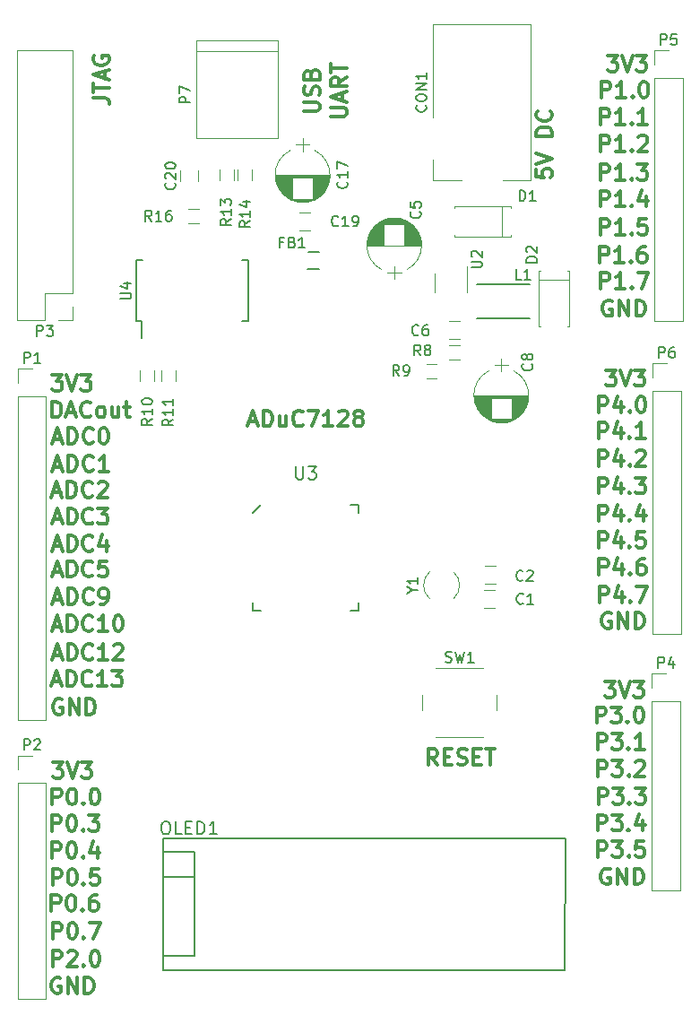
<source format=gto>
G04 #@! TF.FileFunction,Legend,Top*
%FSLAX46Y46*%
G04 Gerber Fmt 4.6, Leading zero omitted, Abs format (unit mm)*
G04 Created by KiCad (PCBNEW 4.0.4-stable) date 02/19/22 22:26:41*
%MOMM*%
%LPD*%
G01*
G04 APERTURE LIST*
%ADD10C,0.100000*%
%ADD11C,0.300000*%
%ADD12C,0.120000*%
%ADD13C,0.150000*%
G04 APERTURE END LIST*
D10*
D11*
X90081243Y-129755200D02*
X89938386Y-129683771D01*
X89724100Y-129683771D01*
X89509815Y-129755200D01*
X89366957Y-129898057D01*
X89295529Y-130040914D01*
X89224100Y-130326629D01*
X89224100Y-130540914D01*
X89295529Y-130826629D01*
X89366957Y-130969486D01*
X89509815Y-131112343D01*
X89724100Y-131183771D01*
X89866957Y-131183771D01*
X90081243Y-131112343D01*
X90152672Y-131040914D01*
X90152672Y-130540914D01*
X89866957Y-130540914D01*
X90795529Y-131183771D02*
X90795529Y-129683771D01*
X91652672Y-131183771D01*
X91652672Y-129683771D01*
X92366958Y-131183771D02*
X92366958Y-129683771D01*
X92724101Y-129683771D01*
X92938386Y-129755200D01*
X93081244Y-129898057D01*
X93152672Y-130040914D01*
X93224101Y-130326629D01*
X93224101Y-130540914D01*
X93152672Y-130826629D01*
X93081244Y-130969486D01*
X92938386Y-131112343D01*
X92724101Y-131183771D01*
X92366958Y-131183771D01*
X107891144Y-77212000D02*
X108605430Y-77212000D01*
X107748287Y-77640571D02*
X108248287Y-76140571D01*
X108748287Y-77640571D01*
X109248287Y-77640571D02*
X109248287Y-76140571D01*
X109605430Y-76140571D01*
X109819715Y-76212000D01*
X109962573Y-76354857D01*
X110034001Y-76497714D01*
X110105430Y-76783429D01*
X110105430Y-76997714D01*
X110034001Y-77283429D01*
X109962573Y-77426286D01*
X109819715Y-77569143D01*
X109605430Y-77640571D01*
X109248287Y-77640571D01*
X111391144Y-76640571D02*
X111391144Y-77640571D01*
X110748287Y-76640571D02*
X110748287Y-77426286D01*
X110819715Y-77569143D01*
X110962573Y-77640571D01*
X111176858Y-77640571D01*
X111319715Y-77569143D01*
X111391144Y-77497714D01*
X112962573Y-77497714D02*
X112891144Y-77569143D01*
X112676858Y-77640571D01*
X112534001Y-77640571D01*
X112319716Y-77569143D01*
X112176858Y-77426286D01*
X112105430Y-77283429D01*
X112034001Y-76997714D01*
X112034001Y-76783429D01*
X112105430Y-76497714D01*
X112176858Y-76354857D01*
X112319716Y-76212000D01*
X112534001Y-76140571D01*
X112676858Y-76140571D01*
X112891144Y-76212000D01*
X112962573Y-76283429D01*
X113462573Y-76140571D02*
X114462573Y-76140571D01*
X113819716Y-77640571D01*
X115819715Y-77640571D02*
X114962572Y-77640571D01*
X115391144Y-77640571D02*
X115391144Y-76140571D01*
X115248287Y-76354857D01*
X115105429Y-76497714D01*
X114962572Y-76569143D01*
X116391143Y-76283429D02*
X116462572Y-76212000D01*
X116605429Y-76140571D01*
X116962572Y-76140571D01*
X117105429Y-76212000D01*
X117176858Y-76283429D01*
X117248286Y-76426286D01*
X117248286Y-76569143D01*
X117176858Y-76783429D01*
X116319715Y-77640571D01*
X117248286Y-77640571D01*
X118105429Y-76783429D02*
X117962571Y-76712000D01*
X117891143Y-76640571D01*
X117819714Y-76497714D01*
X117819714Y-76426286D01*
X117891143Y-76283429D01*
X117962571Y-76212000D01*
X118105429Y-76140571D01*
X118391143Y-76140571D01*
X118534000Y-76212000D01*
X118605429Y-76283429D01*
X118676857Y-76426286D01*
X118676857Y-76497714D01*
X118605429Y-76640571D01*
X118534000Y-76712000D01*
X118391143Y-76783429D01*
X118105429Y-76783429D01*
X117962571Y-76854857D01*
X117891143Y-76926286D01*
X117819714Y-77069143D01*
X117819714Y-77354857D01*
X117891143Y-77497714D01*
X117962571Y-77569143D01*
X118105429Y-77640571D01*
X118391143Y-77640571D01*
X118534000Y-77569143D01*
X118605429Y-77497714D01*
X118676857Y-77354857D01*
X118676857Y-77069143D01*
X118605429Y-76926286D01*
X118534000Y-76854857D01*
X118391143Y-76783429D01*
X125685029Y-109606471D02*
X125185029Y-108892186D01*
X124827886Y-109606471D02*
X124827886Y-108106471D01*
X125399314Y-108106471D01*
X125542172Y-108177900D01*
X125613600Y-108249329D01*
X125685029Y-108392186D01*
X125685029Y-108606471D01*
X125613600Y-108749329D01*
X125542172Y-108820757D01*
X125399314Y-108892186D01*
X124827886Y-108892186D01*
X126327886Y-108820757D02*
X126827886Y-108820757D01*
X127042172Y-109606471D02*
X126327886Y-109606471D01*
X126327886Y-108106471D01*
X127042172Y-108106471D01*
X127613600Y-109535043D02*
X127827886Y-109606471D01*
X128185029Y-109606471D01*
X128327886Y-109535043D01*
X128399315Y-109463614D01*
X128470743Y-109320757D01*
X128470743Y-109177900D01*
X128399315Y-109035043D01*
X128327886Y-108963614D01*
X128185029Y-108892186D01*
X127899315Y-108820757D01*
X127756457Y-108749329D01*
X127685029Y-108677900D01*
X127613600Y-108535043D01*
X127613600Y-108392186D01*
X127685029Y-108249329D01*
X127756457Y-108177900D01*
X127899315Y-108106471D01*
X128256457Y-108106471D01*
X128470743Y-108177900D01*
X129113600Y-108820757D02*
X129613600Y-108820757D01*
X129827886Y-109606471D02*
X129113600Y-109606471D01*
X129113600Y-108106471D01*
X129827886Y-108106471D01*
X130256457Y-108106471D02*
X131113600Y-108106471D01*
X130685029Y-109606471D02*
X130685029Y-108106471D01*
X141998843Y-119455500D02*
X141855986Y-119384071D01*
X141641700Y-119384071D01*
X141427415Y-119455500D01*
X141284557Y-119598357D01*
X141213129Y-119741214D01*
X141141700Y-120026929D01*
X141141700Y-120241214D01*
X141213129Y-120526929D01*
X141284557Y-120669786D01*
X141427415Y-120812643D01*
X141641700Y-120884071D01*
X141784557Y-120884071D01*
X141998843Y-120812643D01*
X142070272Y-120741214D01*
X142070272Y-120241214D01*
X141784557Y-120241214D01*
X142713129Y-120884071D02*
X142713129Y-119384071D01*
X143570272Y-120884071D01*
X143570272Y-119384071D01*
X144284558Y-120884071D02*
X144284558Y-119384071D01*
X144641701Y-119384071D01*
X144855986Y-119455500D01*
X144998844Y-119598357D01*
X145070272Y-119741214D01*
X145141701Y-120026929D01*
X145141701Y-120241214D01*
X145070272Y-120526929D01*
X144998844Y-120669786D01*
X144855986Y-120812643D01*
X144641701Y-120884071D01*
X144284558Y-120884071D01*
X140848829Y-118331371D02*
X140848829Y-116831371D01*
X141420257Y-116831371D01*
X141563115Y-116902800D01*
X141634543Y-116974229D01*
X141705972Y-117117086D01*
X141705972Y-117331371D01*
X141634543Y-117474229D01*
X141563115Y-117545657D01*
X141420257Y-117617086D01*
X140848829Y-117617086D01*
X142205972Y-116831371D02*
X143134543Y-116831371D01*
X142634543Y-117402800D01*
X142848829Y-117402800D01*
X142991686Y-117474229D01*
X143063115Y-117545657D01*
X143134543Y-117688514D01*
X143134543Y-118045657D01*
X143063115Y-118188514D01*
X142991686Y-118259943D01*
X142848829Y-118331371D01*
X142420257Y-118331371D01*
X142277400Y-118259943D01*
X142205972Y-118188514D01*
X143777400Y-118188514D02*
X143848828Y-118259943D01*
X143777400Y-118331371D01*
X143705971Y-118259943D01*
X143777400Y-118188514D01*
X143777400Y-118331371D01*
X145205972Y-116831371D02*
X144491686Y-116831371D01*
X144420257Y-117545657D01*
X144491686Y-117474229D01*
X144634543Y-117402800D01*
X144991686Y-117402800D01*
X145134543Y-117474229D01*
X145205972Y-117545657D01*
X145277400Y-117688514D01*
X145277400Y-118045657D01*
X145205972Y-118188514D01*
X145134543Y-118259943D01*
X144991686Y-118331371D01*
X144634543Y-118331371D01*
X144491686Y-118259943D01*
X144420257Y-118188514D01*
X140823429Y-115816771D02*
X140823429Y-114316771D01*
X141394857Y-114316771D01*
X141537715Y-114388200D01*
X141609143Y-114459629D01*
X141680572Y-114602486D01*
X141680572Y-114816771D01*
X141609143Y-114959629D01*
X141537715Y-115031057D01*
X141394857Y-115102486D01*
X140823429Y-115102486D01*
X142180572Y-114316771D02*
X143109143Y-114316771D01*
X142609143Y-114888200D01*
X142823429Y-114888200D01*
X142966286Y-114959629D01*
X143037715Y-115031057D01*
X143109143Y-115173914D01*
X143109143Y-115531057D01*
X143037715Y-115673914D01*
X142966286Y-115745343D01*
X142823429Y-115816771D01*
X142394857Y-115816771D01*
X142252000Y-115745343D01*
X142180572Y-115673914D01*
X143752000Y-115673914D02*
X143823428Y-115745343D01*
X143752000Y-115816771D01*
X143680571Y-115745343D01*
X143752000Y-115673914D01*
X143752000Y-115816771D01*
X145109143Y-114816771D02*
X145109143Y-115816771D01*
X144752000Y-114245343D02*
X144394857Y-115316771D01*
X145323429Y-115316771D01*
X140899629Y-113302171D02*
X140899629Y-111802171D01*
X141471057Y-111802171D01*
X141613915Y-111873600D01*
X141685343Y-111945029D01*
X141756772Y-112087886D01*
X141756772Y-112302171D01*
X141685343Y-112445029D01*
X141613915Y-112516457D01*
X141471057Y-112587886D01*
X140899629Y-112587886D01*
X142256772Y-111802171D02*
X143185343Y-111802171D01*
X142685343Y-112373600D01*
X142899629Y-112373600D01*
X143042486Y-112445029D01*
X143113915Y-112516457D01*
X143185343Y-112659314D01*
X143185343Y-113016457D01*
X143113915Y-113159314D01*
X143042486Y-113230743D01*
X142899629Y-113302171D01*
X142471057Y-113302171D01*
X142328200Y-113230743D01*
X142256772Y-113159314D01*
X143828200Y-113159314D02*
X143899628Y-113230743D01*
X143828200Y-113302171D01*
X143756771Y-113230743D01*
X143828200Y-113159314D01*
X143828200Y-113302171D01*
X144399629Y-111802171D02*
X145328200Y-111802171D01*
X144828200Y-112373600D01*
X145042486Y-112373600D01*
X145185343Y-112445029D01*
X145256772Y-112516457D01*
X145328200Y-112659314D01*
X145328200Y-113016457D01*
X145256772Y-113159314D01*
X145185343Y-113230743D01*
X145042486Y-113302171D01*
X144613914Y-113302171D01*
X144471057Y-113230743D01*
X144399629Y-113159314D01*
X140848829Y-110685971D02*
X140848829Y-109185971D01*
X141420257Y-109185971D01*
X141563115Y-109257400D01*
X141634543Y-109328829D01*
X141705972Y-109471686D01*
X141705972Y-109685971D01*
X141634543Y-109828829D01*
X141563115Y-109900257D01*
X141420257Y-109971686D01*
X140848829Y-109971686D01*
X142205972Y-109185971D02*
X143134543Y-109185971D01*
X142634543Y-109757400D01*
X142848829Y-109757400D01*
X142991686Y-109828829D01*
X143063115Y-109900257D01*
X143134543Y-110043114D01*
X143134543Y-110400257D01*
X143063115Y-110543114D01*
X142991686Y-110614543D01*
X142848829Y-110685971D01*
X142420257Y-110685971D01*
X142277400Y-110614543D01*
X142205972Y-110543114D01*
X143777400Y-110543114D02*
X143848828Y-110614543D01*
X143777400Y-110685971D01*
X143705971Y-110614543D01*
X143777400Y-110543114D01*
X143777400Y-110685971D01*
X144420257Y-109328829D02*
X144491686Y-109257400D01*
X144634543Y-109185971D01*
X144991686Y-109185971D01*
X145134543Y-109257400D01*
X145205972Y-109328829D01*
X145277400Y-109471686D01*
X145277400Y-109614543D01*
X145205972Y-109828829D01*
X144348829Y-110685971D01*
X145277400Y-110685971D01*
X140810729Y-108133271D02*
X140810729Y-106633271D01*
X141382157Y-106633271D01*
X141525015Y-106704700D01*
X141596443Y-106776129D01*
X141667872Y-106918986D01*
X141667872Y-107133271D01*
X141596443Y-107276129D01*
X141525015Y-107347557D01*
X141382157Y-107418986D01*
X140810729Y-107418986D01*
X142167872Y-106633271D02*
X143096443Y-106633271D01*
X142596443Y-107204700D01*
X142810729Y-107204700D01*
X142953586Y-107276129D01*
X143025015Y-107347557D01*
X143096443Y-107490414D01*
X143096443Y-107847557D01*
X143025015Y-107990414D01*
X142953586Y-108061843D01*
X142810729Y-108133271D01*
X142382157Y-108133271D01*
X142239300Y-108061843D01*
X142167872Y-107990414D01*
X143739300Y-107990414D02*
X143810728Y-108061843D01*
X143739300Y-108133271D01*
X143667871Y-108061843D01*
X143739300Y-107990414D01*
X143739300Y-108133271D01*
X145239300Y-108133271D02*
X144382157Y-108133271D01*
X144810729Y-108133271D02*
X144810729Y-106633271D01*
X144667872Y-106847557D01*
X144525014Y-106990414D01*
X144382157Y-107061843D01*
X140734529Y-105644071D02*
X140734529Y-104144071D01*
X141305957Y-104144071D01*
X141448815Y-104215500D01*
X141520243Y-104286929D01*
X141591672Y-104429786D01*
X141591672Y-104644071D01*
X141520243Y-104786929D01*
X141448815Y-104858357D01*
X141305957Y-104929786D01*
X140734529Y-104929786D01*
X142091672Y-104144071D02*
X143020243Y-104144071D01*
X142520243Y-104715500D01*
X142734529Y-104715500D01*
X142877386Y-104786929D01*
X142948815Y-104858357D01*
X143020243Y-105001214D01*
X143020243Y-105358357D01*
X142948815Y-105501214D01*
X142877386Y-105572643D01*
X142734529Y-105644071D01*
X142305957Y-105644071D01*
X142163100Y-105572643D01*
X142091672Y-105501214D01*
X143663100Y-105501214D02*
X143734528Y-105572643D01*
X143663100Y-105644071D01*
X143591671Y-105572643D01*
X143663100Y-105501214D01*
X143663100Y-105644071D01*
X144663100Y-104144071D02*
X144805957Y-104144071D01*
X144948814Y-104215500D01*
X145020243Y-104286929D01*
X145091672Y-104429786D01*
X145163100Y-104715500D01*
X145163100Y-105072643D01*
X145091672Y-105358357D01*
X145020243Y-105501214D01*
X144948814Y-105572643D01*
X144805957Y-105644071D01*
X144663100Y-105644071D01*
X144520243Y-105572643D01*
X144448814Y-105501214D01*
X144377386Y-105358357D01*
X144305957Y-105072643D01*
X144305957Y-104715500D01*
X144377386Y-104429786D01*
X144448814Y-104286929D01*
X144520243Y-104215500D01*
X144663100Y-104144071D01*
X141513158Y-101743771D02*
X142441729Y-101743771D01*
X141941729Y-102315200D01*
X142156015Y-102315200D01*
X142298872Y-102386629D01*
X142370301Y-102458057D01*
X142441729Y-102600914D01*
X142441729Y-102958057D01*
X142370301Y-103100914D01*
X142298872Y-103172343D01*
X142156015Y-103243771D01*
X141727443Y-103243771D01*
X141584586Y-103172343D01*
X141513158Y-103100914D01*
X142870300Y-101743771D02*
X143370300Y-103243771D01*
X143870300Y-101743771D01*
X144227443Y-101743771D02*
X145156014Y-101743771D01*
X144656014Y-102315200D01*
X144870300Y-102315200D01*
X145013157Y-102386629D01*
X145084586Y-102458057D01*
X145156014Y-102600914D01*
X145156014Y-102958057D01*
X145084586Y-103100914D01*
X145013157Y-103172343D01*
X144870300Y-103243771D01*
X144441728Y-103243771D01*
X144298871Y-103172343D01*
X144227443Y-103100914D01*
X142075043Y-95287400D02*
X141932186Y-95215971D01*
X141717900Y-95215971D01*
X141503615Y-95287400D01*
X141360757Y-95430257D01*
X141289329Y-95573114D01*
X141217900Y-95858829D01*
X141217900Y-96073114D01*
X141289329Y-96358829D01*
X141360757Y-96501686D01*
X141503615Y-96644543D01*
X141717900Y-96715971D01*
X141860757Y-96715971D01*
X142075043Y-96644543D01*
X142146472Y-96573114D01*
X142146472Y-96073114D01*
X141860757Y-96073114D01*
X142789329Y-96715971D02*
X142789329Y-95215971D01*
X143646472Y-96715971D01*
X143646472Y-95215971D01*
X144360758Y-96715971D02*
X144360758Y-95215971D01*
X144717901Y-95215971D01*
X144932186Y-95287400D01*
X145075044Y-95430257D01*
X145146472Y-95573114D01*
X145217901Y-95858829D01*
X145217901Y-96073114D01*
X145146472Y-96358829D01*
X145075044Y-96501686D01*
X144932186Y-96644543D01*
X144717901Y-96715971D01*
X144360758Y-96715971D01*
X141001229Y-94252171D02*
X141001229Y-92752171D01*
X141572657Y-92752171D01*
X141715515Y-92823600D01*
X141786943Y-92895029D01*
X141858372Y-93037886D01*
X141858372Y-93252171D01*
X141786943Y-93395029D01*
X141715515Y-93466457D01*
X141572657Y-93537886D01*
X141001229Y-93537886D01*
X143144086Y-93252171D02*
X143144086Y-94252171D01*
X142786943Y-92680743D02*
X142429800Y-93752171D01*
X143358372Y-93752171D01*
X143929800Y-94109314D02*
X144001228Y-94180743D01*
X143929800Y-94252171D01*
X143858371Y-94180743D01*
X143929800Y-94109314D01*
X143929800Y-94252171D01*
X144501229Y-92752171D02*
X145501229Y-92752171D01*
X144858372Y-94252171D01*
X140963129Y-91648671D02*
X140963129Y-90148671D01*
X141534557Y-90148671D01*
X141677415Y-90220100D01*
X141748843Y-90291529D01*
X141820272Y-90434386D01*
X141820272Y-90648671D01*
X141748843Y-90791529D01*
X141677415Y-90862957D01*
X141534557Y-90934386D01*
X140963129Y-90934386D01*
X143105986Y-90648671D02*
X143105986Y-91648671D01*
X142748843Y-90077243D02*
X142391700Y-91148671D01*
X143320272Y-91148671D01*
X143891700Y-91505814D02*
X143963128Y-91577243D01*
X143891700Y-91648671D01*
X143820271Y-91577243D01*
X143891700Y-91505814D01*
X143891700Y-91648671D01*
X145248843Y-90148671D02*
X144963129Y-90148671D01*
X144820272Y-90220100D01*
X144748843Y-90291529D01*
X144605986Y-90505814D01*
X144534557Y-90791529D01*
X144534557Y-91362957D01*
X144605986Y-91505814D01*
X144677414Y-91577243D01*
X144820272Y-91648671D01*
X145105986Y-91648671D01*
X145248843Y-91577243D01*
X145320272Y-91505814D01*
X145391700Y-91362957D01*
X145391700Y-91005814D01*
X145320272Y-90862957D01*
X145248843Y-90791529D01*
X145105986Y-90720100D01*
X144820272Y-90720100D01*
X144677414Y-90791529D01*
X144605986Y-90862957D01*
X144534557Y-91005814D01*
X140912329Y-89095971D02*
X140912329Y-87595971D01*
X141483757Y-87595971D01*
X141626615Y-87667400D01*
X141698043Y-87738829D01*
X141769472Y-87881686D01*
X141769472Y-88095971D01*
X141698043Y-88238829D01*
X141626615Y-88310257D01*
X141483757Y-88381686D01*
X140912329Y-88381686D01*
X143055186Y-88095971D02*
X143055186Y-89095971D01*
X142698043Y-87524543D02*
X142340900Y-88595971D01*
X143269472Y-88595971D01*
X143840900Y-88953114D02*
X143912328Y-89024543D01*
X143840900Y-89095971D01*
X143769471Y-89024543D01*
X143840900Y-88953114D01*
X143840900Y-89095971D01*
X145269472Y-87595971D02*
X144555186Y-87595971D01*
X144483757Y-88310257D01*
X144555186Y-88238829D01*
X144698043Y-88167400D01*
X145055186Y-88167400D01*
X145198043Y-88238829D01*
X145269472Y-88310257D01*
X145340900Y-88453114D01*
X145340900Y-88810257D01*
X145269472Y-88953114D01*
X145198043Y-89024543D01*
X145055186Y-89095971D01*
X144698043Y-89095971D01*
X144555186Y-89024543D01*
X144483757Y-88953114D01*
X140912329Y-86594071D02*
X140912329Y-85094071D01*
X141483757Y-85094071D01*
X141626615Y-85165500D01*
X141698043Y-85236929D01*
X141769472Y-85379786D01*
X141769472Y-85594071D01*
X141698043Y-85736929D01*
X141626615Y-85808357D01*
X141483757Y-85879786D01*
X140912329Y-85879786D01*
X143055186Y-85594071D02*
X143055186Y-86594071D01*
X142698043Y-85022643D02*
X142340900Y-86094071D01*
X143269472Y-86094071D01*
X143840900Y-86451214D02*
X143912328Y-86522643D01*
X143840900Y-86594071D01*
X143769471Y-86522643D01*
X143840900Y-86451214D01*
X143840900Y-86594071D01*
X145198043Y-85594071D02*
X145198043Y-86594071D01*
X144840900Y-85022643D02*
X144483757Y-86094071D01*
X145412329Y-86094071D01*
X140912329Y-83990571D02*
X140912329Y-82490571D01*
X141483757Y-82490571D01*
X141626615Y-82562000D01*
X141698043Y-82633429D01*
X141769472Y-82776286D01*
X141769472Y-82990571D01*
X141698043Y-83133429D01*
X141626615Y-83204857D01*
X141483757Y-83276286D01*
X140912329Y-83276286D01*
X143055186Y-82990571D02*
X143055186Y-83990571D01*
X142698043Y-82419143D02*
X142340900Y-83490571D01*
X143269472Y-83490571D01*
X143840900Y-83847714D02*
X143912328Y-83919143D01*
X143840900Y-83990571D01*
X143769471Y-83919143D01*
X143840900Y-83847714D01*
X143840900Y-83990571D01*
X144412329Y-82490571D02*
X145340900Y-82490571D01*
X144840900Y-83062000D01*
X145055186Y-83062000D01*
X145198043Y-83133429D01*
X145269472Y-83204857D01*
X145340900Y-83347714D01*
X145340900Y-83704857D01*
X145269472Y-83847714D01*
X145198043Y-83919143D01*
X145055186Y-83990571D01*
X144626614Y-83990571D01*
X144483757Y-83919143D01*
X144412329Y-83847714D01*
X140925029Y-81374371D02*
X140925029Y-79874371D01*
X141496457Y-79874371D01*
X141639315Y-79945800D01*
X141710743Y-80017229D01*
X141782172Y-80160086D01*
X141782172Y-80374371D01*
X141710743Y-80517229D01*
X141639315Y-80588657D01*
X141496457Y-80660086D01*
X140925029Y-80660086D01*
X143067886Y-80374371D02*
X143067886Y-81374371D01*
X142710743Y-79802943D02*
X142353600Y-80874371D01*
X143282172Y-80874371D01*
X143853600Y-81231514D02*
X143925028Y-81302943D01*
X143853600Y-81374371D01*
X143782171Y-81302943D01*
X143853600Y-81231514D01*
X143853600Y-81374371D01*
X144496457Y-80017229D02*
X144567886Y-79945800D01*
X144710743Y-79874371D01*
X145067886Y-79874371D01*
X145210743Y-79945800D01*
X145282172Y-80017229D01*
X145353600Y-80160086D01*
X145353600Y-80302943D01*
X145282172Y-80517229D01*
X144425029Y-81374371D01*
X145353600Y-81374371D01*
X140912329Y-78783571D02*
X140912329Y-77283571D01*
X141483757Y-77283571D01*
X141626615Y-77355000D01*
X141698043Y-77426429D01*
X141769472Y-77569286D01*
X141769472Y-77783571D01*
X141698043Y-77926429D01*
X141626615Y-77997857D01*
X141483757Y-78069286D01*
X140912329Y-78069286D01*
X143055186Y-77783571D02*
X143055186Y-78783571D01*
X142698043Y-77212143D02*
X142340900Y-78283571D01*
X143269472Y-78283571D01*
X143840900Y-78640714D02*
X143912328Y-78712143D01*
X143840900Y-78783571D01*
X143769471Y-78712143D01*
X143840900Y-78640714D01*
X143840900Y-78783571D01*
X145340900Y-78783571D02*
X144483757Y-78783571D01*
X144912329Y-78783571D02*
X144912329Y-77283571D01*
X144769472Y-77497857D01*
X144626614Y-77640714D01*
X144483757Y-77712143D01*
X140925029Y-76345171D02*
X140925029Y-74845171D01*
X141496457Y-74845171D01*
X141639315Y-74916600D01*
X141710743Y-74988029D01*
X141782172Y-75130886D01*
X141782172Y-75345171D01*
X141710743Y-75488029D01*
X141639315Y-75559457D01*
X141496457Y-75630886D01*
X140925029Y-75630886D01*
X143067886Y-75345171D02*
X143067886Y-76345171D01*
X142710743Y-74773743D02*
X142353600Y-75845171D01*
X143282172Y-75845171D01*
X143853600Y-76202314D02*
X143925028Y-76273743D01*
X143853600Y-76345171D01*
X143782171Y-76273743D01*
X143853600Y-76202314D01*
X143853600Y-76345171D01*
X144853600Y-74845171D02*
X144996457Y-74845171D01*
X145139314Y-74916600D01*
X145210743Y-74988029D01*
X145282172Y-75130886D01*
X145353600Y-75416600D01*
X145353600Y-75773743D01*
X145282172Y-76059457D01*
X145210743Y-76202314D01*
X145139314Y-76273743D01*
X144996457Y-76345171D01*
X144853600Y-76345171D01*
X144710743Y-76273743D01*
X144639314Y-76202314D01*
X144567886Y-76059457D01*
X144496457Y-75773743D01*
X144496457Y-75416600D01*
X144567886Y-75130886D01*
X144639314Y-74988029D01*
X144710743Y-74916600D01*
X144853600Y-74845171D01*
X141614758Y-72330571D02*
X142543329Y-72330571D01*
X142043329Y-72902000D01*
X142257615Y-72902000D01*
X142400472Y-72973429D01*
X142471901Y-73044857D01*
X142543329Y-73187714D01*
X142543329Y-73544857D01*
X142471901Y-73687714D01*
X142400472Y-73759143D01*
X142257615Y-73830571D01*
X141829043Y-73830571D01*
X141686186Y-73759143D01*
X141614758Y-73687714D01*
X142971900Y-72330571D02*
X143471900Y-73830571D01*
X143971900Y-72330571D01*
X144329043Y-72330571D02*
X145257614Y-72330571D01*
X144757614Y-72902000D01*
X144971900Y-72902000D01*
X145114757Y-72973429D01*
X145186186Y-73044857D01*
X145257614Y-73187714D01*
X145257614Y-73544857D01*
X145186186Y-73687714D01*
X145114757Y-73759143D01*
X144971900Y-73830571D01*
X144543328Y-73830571D01*
X144400471Y-73759143D01*
X144329043Y-73687714D01*
X89350329Y-128618371D02*
X89350329Y-127118371D01*
X89921757Y-127118371D01*
X90064615Y-127189800D01*
X90136043Y-127261229D01*
X90207472Y-127404086D01*
X90207472Y-127618371D01*
X90136043Y-127761229D01*
X90064615Y-127832657D01*
X89921757Y-127904086D01*
X89350329Y-127904086D01*
X90778900Y-127261229D02*
X90850329Y-127189800D01*
X90993186Y-127118371D01*
X91350329Y-127118371D01*
X91493186Y-127189800D01*
X91564615Y-127261229D01*
X91636043Y-127404086D01*
X91636043Y-127546943D01*
X91564615Y-127761229D01*
X90707472Y-128618371D01*
X91636043Y-128618371D01*
X92278900Y-128475514D02*
X92350328Y-128546943D01*
X92278900Y-128618371D01*
X92207471Y-128546943D01*
X92278900Y-128475514D01*
X92278900Y-128618371D01*
X93278900Y-127118371D02*
X93421757Y-127118371D01*
X93564614Y-127189800D01*
X93636043Y-127261229D01*
X93707472Y-127404086D01*
X93778900Y-127689800D01*
X93778900Y-128046943D01*
X93707472Y-128332657D01*
X93636043Y-128475514D01*
X93564614Y-128546943D01*
X93421757Y-128618371D01*
X93278900Y-128618371D01*
X93136043Y-128546943D01*
X93064614Y-128475514D01*
X92993186Y-128332657D01*
X92921757Y-128046943D01*
X92921757Y-127689800D01*
X92993186Y-127404086D01*
X93064614Y-127261229D01*
X93136043Y-127189800D01*
X93278900Y-127118371D01*
X89350329Y-126014871D02*
X89350329Y-124514871D01*
X89921757Y-124514871D01*
X90064615Y-124586300D01*
X90136043Y-124657729D01*
X90207472Y-124800586D01*
X90207472Y-125014871D01*
X90136043Y-125157729D01*
X90064615Y-125229157D01*
X89921757Y-125300586D01*
X89350329Y-125300586D01*
X91136043Y-124514871D02*
X91278900Y-124514871D01*
X91421757Y-124586300D01*
X91493186Y-124657729D01*
X91564615Y-124800586D01*
X91636043Y-125086300D01*
X91636043Y-125443443D01*
X91564615Y-125729157D01*
X91493186Y-125872014D01*
X91421757Y-125943443D01*
X91278900Y-126014871D01*
X91136043Y-126014871D01*
X90993186Y-125943443D01*
X90921757Y-125872014D01*
X90850329Y-125729157D01*
X90778900Y-125443443D01*
X90778900Y-125086300D01*
X90850329Y-124800586D01*
X90921757Y-124657729D01*
X90993186Y-124586300D01*
X91136043Y-124514871D01*
X92278900Y-125872014D02*
X92350328Y-125943443D01*
X92278900Y-126014871D01*
X92207471Y-125943443D01*
X92278900Y-125872014D01*
X92278900Y-126014871D01*
X92850329Y-124514871D02*
X93850329Y-124514871D01*
X93207472Y-126014871D01*
X89236029Y-123385971D02*
X89236029Y-121885971D01*
X89807457Y-121885971D01*
X89950315Y-121957400D01*
X90021743Y-122028829D01*
X90093172Y-122171686D01*
X90093172Y-122385971D01*
X90021743Y-122528829D01*
X89950315Y-122600257D01*
X89807457Y-122671686D01*
X89236029Y-122671686D01*
X91021743Y-121885971D02*
X91164600Y-121885971D01*
X91307457Y-121957400D01*
X91378886Y-122028829D01*
X91450315Y-122171686D01*
X91521743Y-122457400D01*
X91521743Y-122814543D01*
X91450315Y-123100257D01*
X91378886Y-123243114D01*
X91307457Y-123314543D01*
X91164600Y-123385971D01*
X91021743Y-123385971D01*
X90878886Y-123314543D01*
X90807457Y-123243114D01*
X90736029Y-123100257D01*
X90664600Y-122814543D01*
X90664600Y-122457400D01*
X90736029Y-122171686D01*
X90807457Y-122028829D01*
X90878886Y-121957400D01*
X91021743Y-121885971D01*
X92164600Y-123243114D02*
X92236028Y-123314543D01*
X92164600Y-123385971D01*
X92093171Y-123314543D01*
X92164600Y-123243114D01*
X92164600Y-123385971D01*
X93521743Y-121885971D02*
X93236029Y-121885971D01*
X93093172Y-121957400D01*
X93021743Y-122028829D01*
X92878886Y-122243114D01*
X92807457Y-122528829D01*
X92807457Y-123100257D01*
X92878886Y-123243114D01*
X92950314Y-123314543D01*
X93093172Y-123385971D01*
X93378886Y-123385971D01*
X93521743Y-123314543D01*
X93593172Y-123243114D01*
X93664600Y-123100257D01*
X93664600Y-122743114D01*
X93593172Y-122600257D01*
X93521743Y-122528829D01*
X93378886Y-122457400D01*
X93093172Y-122457400D01*
X92950314Y-122528829D01*
X92878886Y-122600257D01*
X92807457Y-122743114D01*
X89337629Y-120947571D02*
X89337629Y-119447571D01*
X89909057Y-119447571D01*
X90051915Y-119519000D01*
X90123343Y-119590429D01*
X90194772Y-119733286D01*
X90194772Y-119947571D01*
X90123343Y-120090429D01*
X90051915Y-120161857D01*
X89909057Y-120233286D01*
X89337629Y-120233286D01*
X91123343Y-119447571D02*
X91266200Y-119447571D01*
X91409057Y-119519000D01*
X91480486Y-119590429D01*
X91551915Y-119733286D01*
X91623343Y-120019000D01*
X91623343Y-120376143D01*
X91551915Y-120661857D01*
X91480486Y-120804714D01*
X91409057Y-120876143D01*
X91266200Y-120947571D01*
X91123343Y-120947571D01*
X90980486Y-120876143D01*
X90909057Y-120804714D01*
X90837629Y-120661857D01*
X90766200Y-120376143D01*
X90766200Y-120019000D01*
X90837629Y-119733286D01*
X90909057Y-119590429D01*
X90980486Y-119519000D01*
X91123343Y-119447571D01*
X92266200Y-120804714D02*
X92337628Y-120876143D01*
X92266200Y-120947571D01*
X92194771Y-120876143D01*
X92266200Y-120804714D01*
X92266200Y-120947571D01*
X93694772Y-119447571D02*
X92980486Y-119447571D01*
X92909057Y-120161857D01*
X92980486Y-120090429D01*
X93123343Y-120019000D01*
X93480486Y-120019000D01*
X93623343Y-120090429D01*
X93694772Y-120161857D01*
X93766200Y-120304714D01*
X93766200Y-120661857D01*
X93694772Y-120804714D01*
X93623343Y-120876143D01*
X93480486Y-120947571D01*
X93123343Y-120947571D01*
X92980486Y-120876143D01*
X92909057Y-120804714D01*
X89286829Y-118394871D02*
X89286829Y-116894871D01*
X89858257Y-116894871D01*
X90001115Y-116966300D01*
X90072543Y-117037729D01*
X90143972Y-117180586D01*
X90143972Y-117394871D01*
X90072543Y-117537729D01*
X90001115Y-117609157D01*
X89858257Y-117680586D01*
X89286829Y-117680586D01*
X91072543Y-116894871D02*
X91215400Y-116894871D01*
X91358257Y-116966300D01*
X91429686Y-117037729D01*
X91501115Y-117180586D01*
X91572543Y-117466300D01*
X91572543Y-117823443D01*
X91501115Y-118109157D01*
X91429686Y-118252014D01*
X91358257Y-118323443D01*
X91215400Y-118394871D01*
X91072543Y-118394871D01*
X90929686Y-118323443D01*
X90858257Y-118252014D01*
X90786829Y-118109157D01*
X90715400Y-117823443D01*
X90715400Y-117466300D01*
X90786829Y-117180586D01*
X90858257Y-117037729D01*
X90929686Y-116966300D01*
X91072543Y-116894871D01*
X92215400Y-118252014D02*
X92286828Y-118323443D01*
X92215400Y-118394871D01*
X92143971Y-118323443D01*
X92215400Y-118252014D01*
X92215400Y-118394871D01*
X93572543Y-117394871D02*
X93572543Y-118394871D01*
X93215400Y-116823443D02*
X92858257Y-117894871D01*
X93786829Y-117894871D01*
X89286829Y-115854871D02*
X89286829Y-114354871D01*
X89858257Y-114354871D01*
X90001115Y-114426300D01*
X90072543Y-114497729D01*
X90143972Y-114640586D01*
X90143972Y-114854871D01*
X90072543Y-114997729D01*
X90001115Y-115069157D01*
X89858257Y-115140586D01*
X89286829Y-115140586D01*
X91072543Y-114354871D02*
X91215400Y-114354871D01*
X91358257Y-114426300D01*
X91429686Y-114497729D01*
X91501115Y-114640586D01*
X91572543Y-114926300D01*
X91572543Y-115283443D01*
X91501115Y-115569157D01*
X91429686Y-115712014D01*
X91358257Y-115783443D01*
X91215400Y-115854871D01*
X91072543Y-115854871D01*
X90929686Y-115783443D01*
X90858257Y-115712014D01*
X90786829Y-115569157D01*
X90715400Y-115283443D01*
X90715400Y-114926300D01*
X90786829Y-114640586D01*
X90858257Y-114497729D01*
X90929686Y-114426300D01*
X91072543Y-114354871D01*
X92215400Y-115712014D02*
X92286828Y-115783443D01*
X92215400Y-115854871D01*
X92143971Y-115783443D01*
X92215400Y-115712014D01*
X92215400Y-115854871D01*
X92786829Y-114354871D02*
X93715400Y-114354871D01*
X93215400Y-114926300D01*
X93429686Y-114926300D01*
X93572543Y-114997729D01*
X93643972Y-115069157D01*
X93715400Y-115212014D01*
X93715400Y-115569157D01*
X93643972Y-115712014D01*
X93572543Y-115783443D01*
X93429686Y-115854871D01*
X93001114Y-115854871D01*
X92858257Y-115783443D01*
X92786829Y-115712014D01*
X89324929Y-113352971D02*
X89324929Y-111852971D01*
X89896357Y-111852971D01*
X90039215Y-111924400D01*
X90110643Y-111995829D01*
X90182072Y-112138686D01*
X90182072Y-112352971D01*
X90110643Y-112495829D01*
X90039215Y-112567257D01*
X89896357Y-112638686D01*
X89324929Y-112638686D01*
X91110643Y-111852971D02*
X91253500Y-111852971D01*
X91396357Y-111924400D01*
X91467786Y-111995829D01*
X91539215Y-112138686D01*
X91610643Y-112424400D01*
X91610643Y-112781543D01*
X91539215Y-113067257D01*
X91467786Y-113210114D01*
X91396357Y-113281543D01*
X91253500Y-113352971D01*
X91110643Y-113352971D01*
X90967786Y-113281543D01*
X90896357Y-113210114D01*
X90824929Y-113067257D01*
X90753500Y-112781543D01*
X90753500Y-112424400D01*
X90824929Y-112138686D01*
X90896357Y-111995829D01*
X90967786Y-111924400D01*
X91110643Y-111852971D01*
X92253500Y-113210114D02*
X92324928Y-113281543D01*
X92253500Y-113352971D01*
X92182071Y-113281543D01*
X92253500Y-113210114D01*
X92253500Y-113352971D01*
X93253500Y-111852971D02*
X93396357Y-111852971D01*
X93539214Y-111924400D01*
X93610643Y-111995829D01*
X93682072Y-112138686D01*
X93753500Y-112424400D01*
X93753500Y-112781543D01*
X93682072Y-113067257D01*
X93610643Y-113210114D01*
X93539214Y-113281543D01*
X93396357Y-113352971D01*
X93253500Y-113352971D01*
X93110643Y-113281543D01*
X93039214Y-113210114D01*
X92967786Y-113067257D01*
X92896357Y-112781543D01*
X92896357Y-112424400D01*
X92967786Y-112138686D01*
X93039214Y-111995829D01*
X93110643Y-111924400D01*
X93253500Y-111852971D01*
X89379658Y-109389171D02*
X90308229Y-109389171D01*
X89808229Y-109960600D01*
X90022515Y-109960600D01*
X90165372Y-110032029D01*
X90236801Y-110103457D01*
X90308229Y-110246314D01*
X90308229Y-110603457D01*
X90236801Y-110746314D01*
X90165372Y-110817743D01*
X90022515Y-110889171D01*
X89593943Y-110889171D01*
X89451086Y-110817743D01*
X89379658Y-110746314D01*
X90736800Y-109389171D02*
X91236800Y-110889171D01*
X91736800Y-109389171D01*
X92093943Y-109389171D02*
X93022514Y-109389171D01*
X92522514Y-109960600D01*
X92736800Y-109960600D01*
X92879657Y-110032029D01*
X92951086Y-110103457D01*
X93022514Y-110246314D01*
X93022514Y-110603457D01*
X92951086Y-110746314D01*
X92879657Y-110817743D01*
X92736800Y-110889171D01*
X92308228Y-110889171D01*
X92165371Y-110817743D01*
X92093943Y-110746314D01*
X90220943Y-103440800D02*
X90078086Y-103369371D01*
X89863800Y-103369371D01*
X89649515Y-103440800D01*
X89506657Y-103583657D01*
X89435229Y-103726514D01*
X89363800Y-104012229D01*
X89363800Y-104226514D01*
X89435229Y-104512229D01*
X89506657Y-104655086D01*
X89649515Y-104797943D01*
X89863800Y-104869371D01*
X90006657Y-104869371D01*
X90220943Y-104797943D01*
X90292372Y-104726514D01*
X90292372Y-104226514D01*
X90006657Y-104226514D01*
X90935229Y-104869371D02*
X90935229Y-103369371D01*
X91792372Y-104869371D01*
X91792372Y-103369371D01*
X92506658Y-104869371D02*
X92506658Y-103369371D01*
X92863801Y-103369371D01*
X93078086Y-103440800D01*
X93220944Y-103583657D01*
X93292372Y-103726514D01*
X93363801Y-104012229D01*
X93363801Y-104226514D01*
X93292372Y-104512229D01*
X93220944Y-104655086D01*
X93078086Y-104797943D01*
X92863801Y-104869371D01*
X92506658Y-104869371D01*
X89335386Y-101761100D02*
X90049672Y-101761100D01*
X89192529Y-102189671D02*
X89692529Y-100689671D01*
X90192529Y-102189671D01*
X90692529Y-102189671D02*
X90692529Y-100689671D01*
X91049672Y-100689671D01*
X91263957Y-100761100D01*
X91406815Y-100903957D01*
X91478243Y-101046814D01*
X91549672Y-101332529D01*
X91549672Y-101546814D01*
X91478243Y-101832529D01*
X91406815Y-101975386D01*
X91263957Y-102118243D01*
X91049672Y-102189671D01*
X90692529Y-102189671D01*
X93049672Y-102046814D02*
X92978243Y-102118243D01*
X92763957Y-102189671D01*
X92621100Y-102189671D01*
X92406815Y-102118243D01*
X92263957Y-101975386D01*
X92192529Y-101832529D01*
X92121100Y-101546814D01*
X92121100Y-101332529D01*
X92192529Y-101046814D01*
X92263957Y-100903957D01*
X92406815Y-100761100D01*
X92621100Y-100689671D01*
X92763957Y-100689671D01*
X92978243Y-100761100D01*
X93049672Y-100832529D01*
X94478243Y-102189671D02*
X93621100Y-102189671D01*
X94049672Y-102189671D02*
X94049672Y-100689671D01*
X93906815Y-100903957D01*
X93763957Y-101046814D01*
X93621100Y-101118243D01*
X94978243Y-100689671D02*
X95906814Y-100689671D01*
X95406814Y-101261100D01*
X95621100Y-101261100D01*
X95763957Y-101332529D01*
X95835386Y-101403957D01*
X95906814Y-101546814D01*
X95906814Y-101903957D01*
X95835386Y-102046814D01*
X95763957Y-102118243D01*
X95621100Y-102189671D01*
X95192528Y-102189671D01*
X95049671Y-102118243D01*
X94978243Y-102046814D01*
X89411586Y-99271900D02*
X90125872Y-99271900D01*
X89268729Y-99700471D02*
X89768729Y-98200471D01*
X90268729Y-99700471D01*
X90768729Y-99700471D02*
X90768729Y-98200471D01*
X91125872Y-98200471D01*
X91340157Y-98271900D01*
X91483015Y-98414757D01*
X91554443Y-98557614D01*
X91625872Y-98843329D01*
X91625872Y-99057614D01*
X91554443Y-99343329D01*
X91483015Y-99486186D01*
X91340157Y-99629043D01*
X91125872Y-99700471D01*
X90768729Y-99700471D01*
X93125872Y-99557614D02*
X93054443Y-99629043D01*
X92840157Y-99700471D01*
X92697300Y-99700471D01*
X92483015Y-99629043D01*
X92340157Y-99486186D01*
X92268729Y-99343329D01*
X92197300Y-99057614D01*
X92197300Y-98843329D01*
X92268729Y-98557614D01*
X92340157Y-98414757D01*
X92483015Y-98271900D01*
X92697300Y-98200471D01*
X92840157Y-98200471D01*
X93054443Y-98271900D01*
X93125872Y-98343329D01*
X94554443Y-99700471D02*
X93697300Y-99700471D01*
X94125872Y-99700471D02*
X94125872Y-98200471D01*
X93983015Y-98414757D01*
X93840157Y-98557614D01*
X93697300Y-98629043D01*
X95125871Y-98343329D02*
X95197300Y-98271900D01*
X95340157Y-98200471D01*
X95697300Y-98200471D01*
X95840157Y-98271900D01*
X95911586Y-98343329D01*
X95983014Y-98486186D01*
X95983014Y-98629043D01*
X95911586Y-98843329D01*
X95054443Y-99700471D01*
X95983014Y-99700471D01*
X89398886Y-96566800D02*
X90113172Y-96566800D01*
X89256029Y-96995371D02*
X89756029Y-95495371D01*
X90256029Y-96995371D01*
X90756029Y-96995371D02*
X90756029Y-95495371D01*
X91113172Y-95495371D01*
X91327457Y-95566800D01*
X91470315Y-95709657D01*
X91541743Y-95852514D01*
X91613172Y-96138229D01*
X91613172Y-96352514D01*
X91541743Y-96638229D01*
X91470315Y-96781086D01*
X91327457Y-96923943D01*
X91113172Y-96995371D01*
X90756029Y-96995371D01*
X93113172Y-96852514D02*
X93041743Y-96923943D01*
X92827457Y-96995371D01*
X92684600Y-96995371D01*
X92470315Y-96923943D01*
X92327457Y-96781086D01*
X92256029Y-96638229D01*
X92184600Y-96352514D01*
X92184600Y-96138229D01*
X92256029Y-95852514D01*
X92327457Y-95709657D01*
X92470315Y-95566800D01*
X92684600Y-95495371D01*
X92827457Y-95495371D01*
X93041743Y-95566800D01*
X93113172Y-95638229D01*
X94541743Y-96995371D02*
X93684600Y-96995371D01*
X94113172Y-96995371D02*
X94113172Y-95495371D01*
X93970315Y-95709657D01*
X93827457Y-95852514D01*
X93684600Y-95923943D01*
X95470314Y-95495371D02*
X95613171Y-95495371D01*
X95756028Y-95566800D01*
X95827457Y-95638229D01*
X95898886Y-95781086D01*
X95970314Y-96066800D01*
X95970314Y-96423943D01*
X95898886Y-96709657D01*
X95827457Y-96852514D01*
X95756028Y-96923943D01*
X95613171Y-96995371D01*
X95470314Y-96995371D01*
X95327457Y-96923943D01*
X95256028Y-96852514D01*
X95184600Y-96709657D01*
X95113171Y-96423943D01*
X95113171Y-96066800D01*
X95184600Y-95781086D01*
X95256028Y-95638229D01*
X95327457Y-95566800D01*
X95470314Y-95495371D01*
X89440072Y-94014100D02*
X90154358Y-94014100D01*
X89297215Y-94442671D02*
X89797215Y-92942671D01*
X90297215Y-94442671D01*
X90797215Y-94442671D02*
X90797215Y-92942671D01*
X91154358Y-92942671D01*
X91368643Y-93014100D01*
X91511501Y-93156957D01*
X91582929Y-93299814D01*
X91654358Y-93585529D01*
X91654358Y-93799814D01*
X91582929Y-94085529D01*
X91511501Y-94228386D01*
X91368643Y-94371243D01*
X91154358Y-94442671D01*
X90797215Y-94442671D01*
X93154358Y-94299814D02*
X93082929Y-94371243D01*
X92868643Y-94442671D01*
X92725786Y-94442671D01*
X92511501Y-94371243D01*
X92368643Y-94228386D01*
X92297215Y-94085529D01*
X92225786Y-93799814D01*
X92225786Y-93585529D01*
X92297215Y-93299814D01*
X92368643Y-93156957D01*
X92511501Y-93014100D01*
X92725786Y-92942671D01*
X92868643Y-92942671D01*
X93082929Y-93014100D01*
X93154358Y-93085529D01*
X93868643Y-94442671D02*
X94154358Y-94442671D01*
X94297215Y-94371243D01*
X94368643Y-94299814D01*
X94511501Y-94085529D01*
X94582929Y-93799814D01*
X94582929Y-93228386D01*
X94511501Y-93085529D01*
X94440072Y-93014100D01*
X94297215Y-92942671D01*
X94011501Y-92942671D01*
X93868643Y-93014100D01*
X93797215Y-93085529D01*
X93725786Y-93228386D01*
X93725786Y-93585529D01*
X93797215Y-93728386D01*
X93868643Y-93799814D01*
X94011501Y-93871243D01*
X94297215Y-93871243D01*
X94440072Y-93799814D01*
X94511501Y-93728386D01*
X94582929Y-93585529D01*
X89401972Y-91423300D02*
X90116258Y-91423300D01*
X89259115Y-91851871D02*
X89759115Y-90351871D01*
X90259115Y-91851871D01*
X90759115Y-91851871D02*
X90759115Y-90351871D01*
X91116258Y-90351871D01*
X91330543Y-90423300D01*
X91473401Y-90566157D01*
X91544829Y-90709014D01*
X91616258Y-90994729D01*
X91616258Y-91209014D01*
X91544829Y-91494729D01*
X91473401Y-91637586D01*
X91330543Y-91780443D01*
X91116258Y-91851871D01*
X90759115Y-91851871D01*
X93116258Y-91709014D02*
X93044829Y-91780443D01*
X92830543Y-91851871D01*
X92687686Y-91851871D01*
X92473401Y-91780443D01*
X92330543Y-91637586D01*
X92259115Y-91494729D01*
X92187686Y-91209014D01*
X92187686Y-90994729D01*
X92259115Y-90709014D01*
X92330543Y-90566157D01*
X92473401Y-90423300D01*
X92687686Y-90351871D01*
X92830543Y-90351871D01*
X93044829Y-90423300D01*
X93116258Y-90494729D01*
X94473401Y-90351871D02*
X93759115Y-90351871D01*
X93687686Y-91066157D01*
X93759115Y-90994729D01*
X93901972Y-90923300D01*
X94259115Y-90923300D01*
X94401972Y-90994729D01*
X94473401Y-91066157D01*
X94544829Y-91209014D01*
X94544829Y-91566157D01*
X94473401Y-91709014D01*
X94401972Y-91780443D01*
X94259115Y-91851871D01*
X93901972Y-91851871D01*
X93759115Y-91780443D01*
X93687686Y-91709014D01*
X89414672Y-88984900D02*
X90128958Y-88984900D01*
X89271815Y-89413471D02*
X89771815Y-87913471D01*
X90271815Y-89413471D01*
X90771815Y-89413471D02*
X90771815Y-87913471D01*
X91128958Y-87913471D01*
X91343243Y-87984900D01*
X91486101Y-88127757D01*
X91557529Y-88270614D01*
X91628958Y-88556329D01*
X91628958Y-88770614D01*
X91557529Y-89056329D01*
X91486101Y-89199186D01*
X91343243Y-89342043D01*
X91128958Y-89413471D01*
X90771815Y-89413471D01*
X93128958Y-89270614D02*
X93057529Y-89342043D01*
X92843243Y-89413471D01*
X92700386Y-89413471D01*
X92486101Y-89342043D01*
X92343243Y-89199186D01*
X92271815Y-89056329D01*
X92200386Y-88770614D01*
X92200386Y-88556329D01*
X92271815Y-88270614D01*
X92343243Y-88127757D01*
X92486101Y-87984900D01*
X92700386Y-87913471D01*
X92843243Y-87913471D01*
X93057529Y-87984900D01*
X93128958Y-88056329D01*
X94414672Y-88413471D02*
X94414672Y-89413471D01*
X94057529Y-87842043D02*
X93700386Y-88913471D01*
X94628958Y-88913471D01*
X89414672Y-86432200D02*
X90128958Y-86432200D01*
X89271815Y-86860771D02*
X89771815Y-85360771D01*
X90271815Y-86860771D01*
X90771815Y-86860771D02*
X90771815Y-85360771D01*
X91128958Y-85360771D01*
X91343243Y-85432200D01*
X91486101Y-85575057D01*
X91557529Y-85717914D01*
X91628958Y-86003629D01*
X91628958Y-86217914D01*
X91557529Y-86503629D01*
X91486101Y-86646486D01*
X91343243Y-86789343D01*
X91128958Y-86860771D01*
X90771815Y-86860771D01*
X93128958Y-86717914D02*
X93057529Y-86789343D01*
X92843243Y-86860771D01*
X92700386Y-86860771D01*
X92486101Y-86789343D01*
X92343243Y-86646486D01*
X92271815Y-86503629D01*
X92200386Y-86217914D01*
X92200386Y-86003629D01*
X92271815Y-85717914D01*
X92343243Y-85575057D01*
X92486101Y-85432200D01*
X92700386Y-85360771D01*
X92843243Y-85360771D01*
X93057529Y-85432200D01*
X93128958Y-85503629D01*
X93628958Y-85360771D02*
X94557529Y-85360771D01*
X94057529Y-85932200D01*
X94271815Y-85932200D01*
X94414672Y-86003629D01*
X94486101Y-86075057D01*
X94557529Y-86217914D01*
X94557529Y-86575057D01*
X94486101Y-86717914D01*
X94414672Y-86789343D01*
X94271815Y-86860771D01*
X93843243Y-86860771D01*
X93700386Y-86789343D01*
X93628958Y-86717914D01*
X89376572Y-83904900D02*
X90090858Y-83904900D01*
X89233715Y-84333471D02*
X89733715Y-82833471D01*
X90233715Y-84333471D01*
X90733715Y-84333471D02*
X90733715Y-82833471D01*
X91090858Y-82833471D01*
X91305143Y-82904900D01*
X91448001Y-83047757D01*
X91519429Y-83190614D01*
X91590858Y-83476329D01*
X91590858Y-83690614D01*
X91519429Y-83976329D01*
X91448001Y-84119186D01*
X91305143Y-84262043D01*
X91090858Y-84333471D01*
X90733715Y-84333471D01*
X93090858Y-84190614D02*
X93019429Y-84262043D01*
X92805143Y-84333471D01*
X92662286Y-84333471D01*
X92448001Y-84262043D01*
X92305143Y-84119186D01*
X92233715Y-83976329D01*
X92162286Y-83690614D01*
X92162286Y-83476329D01*
X92233715Y-83190614D01*
X92305143Y-83047757D01*
X92448001Y-82904900D01*
X92662286Y-82833471D01*
X92805143Y-82833471D01*
X93019429Y-82904900D01*
X93090858Y-82976329D01*
X93662286Y-82976329D02*
X93733715Y-82904900D01*
X93876572Y-82833471D01*
X94233715Y-82833471D01*
X94376572Y-82904900D01*
X94448001Y-82976329D01*
X94519429Y-83119186D01*
X94519429Y-83262043D01*
X94448001Y-83476329D01*
X93590858Y-84333471D01*
X94519429Y-84333471D01*
X89452772Y-81453800D02*
X90167058Y-81453800D01*
X89309915Y-81882371D02*
X89809915Y-80382371D01*
X90309915Y-81882371D01*
X90809915Y-81882371D02*
X90809915Y-80382371D01*
X91167058Y-80382371D01*
X91381343Y-80453800D01*
X91524201Y-80596657D01*
X91595629Y-80739514D01*
X91667058Y-81025229D01*
X91667058Y-81239514D01*
X91595629Y-81525229D01*
X91524201Y-81668086D01*
X91381343Y-81810943D01*
X91167058Y-81882371D01*
X90809915Y-81882371D01*
X93167058Y-81739514D02*
X93095629Y-81810943D01*
X92881343Y-81882371D01*
X92738486Y-81882371D01*
X92524201Y-81810943D01*
X92381343Y-81668086D01*
X92309915Y-81525229D01*
X92238486Y-81239514D01*
X92238486Y-81025229D01*
X92309915Y-80739514D01*
X92381343Y-80596657D01*
X92524201Y-80453800D01*
X92738486Y-80382371D01*
X92881343Y-80382371D01*
X93095629Y-80453800D01*
X93167058Y-80525229D01*
X94595629Y-81882371D02*
X93738486Y-81882371D01*
X94167058Y-81882371D02*
X94167058Y-80382371D01*
X94024201Y-80596657D01*
X93881343Y-80739514D01*
X93738486Y-80810943D01*
X89452772Y-78863000D02*
X90167058Y-78863000D01*
X89309915Y-79291571D02*
X89809915Y-77791571D01*
X90309915Y-79291571D01*
X90809915Y-79291571D02*
X90809915Y-77791571D01*
X91167058Y-77791571D01*
X91381343Y-77863000D01*
X91524201Y-78005857D01*
X91595629Y-78148714D01*
X91667058Y-78434429D01*
X91667058Y-78648714D01*
X91595629Y-78934429D01*
X91524201Y-79077286D01*
X91381343Y-79220143D01*
X91167058Y-79291571D01*
X90809915Y-79291571D01*
X93167058Y-79148714D02*
X93095629Y-79220143D01*
X92881343Y-79291571D01*
X92738486Y-79291571D01*
X92524201Y-79220143D01*
X92381343Y-79077286D01*
X92309915Y-78934429D01*
X92238486Y-78648714D01*
X92238486Y-78434429D01*
X92309915Y-78148714D01*
X92381343Y-78005857D01*
X92524201Y-77863000D01*
X92738486Y-77791571D01*
X92881343Y-77791571D01*
X93095629Y-77863000D01*
X93167058Y-77934429D01*
X94095629Y-77791571D02*
X94238486Y-77791571D01*
X94381343Y-77863000D01*
X94452772Y-77934429D01*
X94524201Y-78077286D01*
X94595629Y-78363000D01*
X94595629Y-78720143D01*
X94524201Y-79005857D01*
X94452772Y-79148714D01*
X94381343Y-79220143D01*
X94238486Y-79291571D01*
X94095629Y-79291571D01*
X93952772Y-79220143D01*
X93881343Y-79148714D01*
X93809915Y-79005857D01*
X93738486Y-78720143D01*
X93738486Y-78363000D01*
X93809915Y-78077286D01*
X93881343Y-77934429D01*
X93952772Y-77863000D01*
X94095629Y-77791571D01*
X89303672Y-76789671D02*
X89303672Y-75289671D01*
X89660815Y-75289671D01*
X89875100Y-75361100D01*
X90017958Y-75503957D01*
X90089386Y-75646814D01*
X90160815Y-75932529D01*
X90160815Y-76146814D01*
X90089386Y-76432529D01*
X90017958Y-76575386D01*
X89875100Y-76718243D01*
X89660815Y-76789671D01*
X89303672Y-76789671D01*
X90732243Y-76361100D02*
X91446529Y-76361100D01*
X90589386Y-76789671D02*
X91089386Y-75289671D01*
X91589386Y-76789671D01*
X92946529Y-76646814D02*
X92875100Y-76718243D01*
X92660814Y-76789671D01*
X92517957Y-76789671D01*
X92303672Y-76718243D01*
X92160814Y-76575386D01*
X92089386Y-76432529D01*
X92017957Y-76146814D01*
X92017957Y-75932529D01*
X92089386Y-75646814D01*
X92160814Y-75503957D01*
X92303672Y-75361100D01*
X92517957Y-75289671D01*
X92660814Y-75289671D01*
X92875100Y-75361100D01*
X92946529Y-75432529D01*
X93803672Y-76789671D02*
X93660814Y-76718243D01*
X93589386Y-76646814D01*
X93517957Y-76503957D01*
X93517957Y-76075386D01*
X93589386Y-75932529D01*
X93660814Y-75861100D01*
X93803672Y-75789671D01*
X94017957Y-75789671D01*
X94160814Y-75861100D01*
X94232243Y-75932529D01*
X94303672Y-76075386D01*
X94303672Y-76503957D01*
X94232243Y-76646814D01*
X94160814Y-76718243D01*
X94017957Y-76789671D01*
X93803672Y-76789671D01*
X95589386Y-75789671D02*
X95589386Y-76789671D01*
X94946529Y-75789671D02*
X94946529Y-76575386D01*
X95017957Y-76718243D01*
X95160815Y-76789671D01*
X95375100Y-76789671D01*
X95517957Y-76718243D01*
X95589386Y-76646814D01*
X96089386Y-75789671D02*
X96660815Y-75789671D01*
X96303672Y-75289671D02*
X96303672Y-76575386D01*
X96375100Y-76718243D01*
X96517958Y-76789671D01*
X96660815Y-76789671D01*
X89316158Y-72775071D02*
X90244729Y-72775071D01*
X89744729Y-73346500D01*
X89959015Y-73346500D01*
X90101872Y-73417929D01*
X90173301Y-73489357D01*
X90244729Y-73632214D01*
X90244729Y-73989357D01*
X90173301Y-74132214D01*
X90101872Y-74203643D01*
X89959015Y-74275071D01*
X89530443Y-74275071D01*
X89387586Y-74203643D01*
X89316158Y-74132214D01*
X90673300Y-72775071D02*
X91173300Y-74275071D01*
X91673300Y-72775071D01*
X92030443Y-72775071D02*
X92959014Y-72775071D01*
X92459014Y-73346500D01*
X92673300Y-73346500D01*
X92816157Y-73417929D01*
X92887586Y-73489357D01*
X92959014Y-73632214D01*
X92959014Y-73989357D01*
X92887586Y-74132214D01*
X92816157Y-74203643D01*
X92673300Y-74275071D01*
X92244728Y-74275071D01*
X92101871Y-74203643D01*
X92030443Y-74132214D01*
X142163943Y-65798000D02*
X142021086Y-65726571D01*
X141806800Y-65726571D01*
X141592515Y-65798000D01*
X141449657Y-65940857D01*
X141378229Y-66083714D01*
X141306800Y-66369429D01*
X141306800Y-66583714D01*
X141378229Y-66869429D01*
X141449657Y-67012286D01*
X141592515Y-67155143D01*
X141806800Y-67226571D01*
X141949657Y-67226571D01*
X142163943Y-67155143D01*
X142235372Y-67083714D01*
X142235372Y-66583714D01*
X141949657Y-66583714D01*
X142878229Y-67226571D02*
X142878229Y-65726571D01*
X143735372Y-67226571D01*
X143735372Y-65726571D01*
X144449658Y-67226571D02*
X144449658Y-65726571D01*
X144806801Y-65726571D01*
X145021086Y-65798000D01*
X145163944Y-65940857D01*
X145235372Y-66083714D01*
X145306801Y-66369429D01*
X145306801Y-66583714D01*
X145235372Y-66869429D01*
X145163944Y-67012286D01*
X145021086Y-67155143D01*
X144806801Y-67226571D01*
X144449658Y-67226571D01*
X141128229Y-64610371D02*
X141128229Y-63110371D01*
X141699657Y-63110371D01*
X141842515Y-63181800D01*
X141913943Y-63253229D01*
X141985372Y-63396086D01*
X141985372Y-63610371D01*
X141913943Y-63753229D01*
X141842515Y-63824657D01*
X141699657Y-63896086D01*
X141128229Y-63896086D01*
X143413943Y-64610371D02*
X142556800Y-64610371D01*
X142985372Y-64610371D02*
X142985372Y-63110371D01*
X142842515Y-63324657D01*
X142699657Y-63467514D01*
X142556800Y-63538943D01*
X144056800Y-64467514D02*
X144128228Y-64538943D01*
X144056800Y-64610371D01*
X143985371Y-64538943D01*
X144056800Y-64467514D01*
X144056800Y-64610371D01*
X144628229Y-63110371D02*
X145628229Y-63110371D01*
X144985372Y-64610371D01*
X141039329Y-62171971D02*
X141039329Y-60671971D01*
X141610757Y-60671971D01*
X141753615Y-60743400D01*
X141825043Y-60814829D01*
X141896472Y-60957686D01*
X141896472Y-61171971D01*
X141825043Y-61314829D01*
X141753615Y-61386257D01*
X141610757Y-61457686D01*
X141039329Y-61457686D01*
X143325043Y-62171971D02*
X142467900Y-62171971D01*
X142896472Y-62171971D02*
X142896472Y-60671971D01*
X142753615Y-60886257D01*
X142610757Y-61029114D01*
X142467900Y-61100543D01*
X143967900Y-62029114D02*
X144039328Y-62100543D01*
X143967900Y-62171971D01*
X143896471Y-62100543D01*
X143967900Y-62029114D01*
X143967900Y-62171971D01*
X145325043Y-60671971D02*
X145039329Y-60671971D01*
X144896472Y-60743400D01*
X144825043Y-60814829D01*
X144682186Y-61029114D01*
X144610757Y-61314829D01*
X144610757Y-61886257D01*
X144682186Y-62029114D01*
X144753614Y-62100543D01*
X144896472Y-62171971D01*
X145182186Y-62171971D01*
X145325043Y-62100543D01*
X145396472Y-62029114D01*
X145467900Y-61886257D01*
X145467900Y-61529114D01*
X145396472Y-61386257D01*
X145325043Y-61314829D01*
X145182186Y-61243400D01*
X144896472Y-61243400D01*
X144753614Y-61314829D01*
X144682186Y-61386257D01*
X144610757Y-61529114D01*
X141102829Y-59543071D02*
X141102829Y-58043071D01*
X141674257Y-58043071D01*
X141817115Y-58114500D01*
X141888543Y-58185929D01*
X141959972Y-58328786D01*
X141959972Y-58543071D01*
X141888543Y-58685929D01*
X141817115Y-58757357D01*
X141674257Y-58828786D01*
X141102829Y-58828786D01*
X143388543Y-59543071D02*
X142531400Y-59543071D01*
X142959972Y-59543071D02*
X142959972Y-58043071D01*
X142817115Y-58257357D01*
X142674257Y-58400214D01*
X142531400Y-58471643D01*
X144031400Y-59400214D02*
X144102828Y-59471643D01*
X144031400Y-59543071D01*
X143959971Y-59471643D01*
X144031400Y-59400214D01*
X144031400Y-59543071D01*
X145459972Y-58043071D02*
X144745686Y-58043071D01*
X144674257Y-58757357D01*
X144745686Y-58685929D01*
X144888543Y-58614500D01*
X145245686Y-58614500D01*
X145388543Y-58685929D01*
X145459972Y-58757357D01*
X145531400Y-58900214D01*
X145531400Y-59257357D01*
X145459972Y-59400214D01*
X145388543Y-59471643D01*
X145245686Y-59543071D01*
X144888543Y-59543071D01*
X144745686Y-59471643D01*
X144674257Y-59400214D01*
X141102829Y-56888771D02*
X141102829Y-55388771D01*
X141674257Y-55388771D01*
X141817115Y-55460200D01*
X141888543Y-55531629D01*
X141959972Y-55674486D01*
X141959972Y-55888771D01*
X141888543Y-56031629D01*
X141817115Y-56103057D01*
X141674257Y-56174486D01*
X141102829Y-56174486D01*
X143388543Y-56888771D02*
X142531400Y-56888771D01*
X142959972Y-56888771D02*
X142959972Y-55388771D01*
X142817115Y-55603057D01*
X142674257Y-55745914D01*
X142531400Y-55817343D01*
X144031400Y-56745914D02*
X144102828Y-56817343D01*
X144031400Y-56888771D01*
X143959971Y-56817343D01*
X144031400Y-56745914D01*
X144031400Y-56888771D01*
X145388543Y-55888771D02*
X145388543Y-56888771D01*
X145031400Y-55317343D02*
X144674257Y-56388771D01*
X145602829Y-56388771D01*
X141102829Y-54374171D02*
X141102829Y-52874171D01*
X141674257Y-52874171D01*
X141817115Y-52945600D01*
X141888543Y-53017029D01*
X141959972Y-53159886D01*
X141959972Y-53374171D01*
X141888543Y-53517029D01*
X141817115Y-53588457D01*
X141674257Y-53659886D01*
X141102829Y-53659886D01*
X143388543Y-54374171D02*
X142531400Y-54374171D01*
X142959972Y-54374171D02*
X142959972Y-52874171D01*
X142817115Y-53088457D01*
X142674257Y-53231314D01*
X142531400Y-53302743D01*
X144031400Y-54231314D02*
X144102828Y-54302743D01*
X144031400Y-54374171D01*
X143959971Y-54302743D01*
X144031400Y-54231314D01*
X144031400Y-54374171D01*
X144602829Y-52874171D02*
X145531400Y-52874171D01*
X145031400Y-53445600D01*
X145245686Y-53445600D01*
X145388543Y-53517029D01*
X145459972Y-53588457D01*
X145531400Y-53731314D01*
X145531400Y-54088457D01*
X145459972Y-54231314D01*
X145388543Y-54302743D01*
X145245686Y-54374171D01*
X144817114Y-54374171D01*
X144674257Y-54302743D01*
X144602829Y-54231314D01*
X141115529Y-51681771D02*
X141115529Y-50181771D01*
X141686957Y-50181771D01*
X141829815Y-50253200D01*
X141901243Y-50324629D01*
X141972672Y-50467486D01*
X141972672Y-50681771D01*
X141901243Y-50824629D01*
X141829815Y-50896057D01*
X141686957Y-50967486D01*
X141115529Y-50967486D01*
X143401243Y-51681771D02*
X142544100Y-51681771D01*
X142972672Y-51681771D02*
X142972672Y-50181771D01*
X142829815Y-50396057D01*
X142686957Y-50538914D01*
X142544100Y-50610343D01*
X144044100Y-51538914D02*
X144115528Y-51610343D01*
X144044100Y-51681771D01*
X143972671Y-51610343D01*
X144044100Y-51538914D01*
X144044100Y-51681771D01*
X144686957Y-50324629D02*
X144758386Y-50253200D01*
X144901243Y-50181771D01*
X145258386Y-50181771D01*
X145401243Y-50253200D01*
X145472672Y-50324629D01*
X145544100Y-50467486D01*
X145544100Y-50610343D01*
X145472672Y-50824629D01*
X144615529Y-51681771D01*
X145544100Y-51681771D01*
X141115529Y-49141771D02*
X141115529Y-47641771D01*
X141686957Y-47641771D01*
X141829815Y-47713200D01*
X141901243Y-47784629D01*
X141972672Y-47927486D01*
X141972672Y-48141771D01*
X141901243Y-48284629D01*
X141829815Y-48356057D01*
X141686957Y-48427486D01*
X141115529Y-48427486D01*
X143401243Y-49141771D02*
X142544100Y-49141771D01*
X142972672Y-49141771D02*
X142972672Y-47641771D01*
X142829815Y-47856057D01*
X142686957Y-47998914D01*
X142544100Y-48070343D01*
X144044100Y-48998914D02*
X144115528Y-49070343D01*
X144044100Y-49141771D01*
X143972671Y-49070343D01*
X144044100Y-48998914D01*
X144044100Y-49141771D01*
X145544100Y-49141771D02*
X144686957Y-49141771D01*
X145115529Y-49141771D02*
X145115529Y-47641771D01*
X144972672Y-47856057D01*
X144829814Y-47998914D01*
X144686957Y-48070343D01*
X141191729Y-46589071D02*
X141191729Y-45089071D01*
X141763157Y-45089071D01*
X141906015Y-45160500D01*
X141977443Y-45231929D01*
X142048872Y-45374786D01*
X142048872Y-45589071D01*
X141977443Y-45731929D01*
X141906015Y-45803357D01*
X141763157Y-45874786D01*
X141191729Y-45874786D01*
X143477443Y-46589071D02*
X142620300Y-46589071D01*
X143048872Y-46589071D02*
X143048872Y-45089071D01*
X142906015Y-45303357D01*
X142763157Y-45446214D01*
X142620300Y-45517643D01*
X144120300Y-46446214D02*
X144191728Y-46517643D01*
X144120300Y-46589071D01*
X144048871Y-46517643D01*
X144120300Y-46446214D01*
X144120300Y-46589071D01*
X145120300Y-45089071D02*
X145263157Y-45089071D01*
X145406014Y-45160500D01*
X145477443Y-45231929D01*
X145548872Y-45374786D01*
X145620300Y-45660500D01*
X145620300Y-46017643D01*
X145548872Y-46303357D01*
X145477443Y-46446214D01*
X145406014Y-46517643D01*
X145263157Y-46589071D01*
X145120300Y-46589071D01*
X144977443Y-46517643D01*
X144906014Y-46446214D01*
X144834586Y-46303357D01*
X144763157Y-46017643D01*
X144763157Y-45660500D01*
X144834586Y-45374786D01*
X144906014Y-45231929D01*
X144977443Y-45160500D01*
X145120300Y-45089071D01*
X141779858Y-42625271D02*
X142708429Y-42625271D01*
X142208429Y-43196700D01*
X142422715Y-43196700D01*
X142565572Y-43268129D01*
X142637001Y-43339557D01*
X142708429Y-43482414D01*
X142708429Y-43839557D01*
X142637001Y-43982414D01*
X142565572Y-44053843D01*
X142422715Y-44125271D01*
X141994143Y-44125271D01*
X141851286Y-44053843D01*
X141779858Y-43982414D01*
X143137000Y-42625271D02*
X143637000Y-44125271D01*
X144137000Y-42625271D01*
X144494143Y-42625271D02*
X145422714Y-42625271D01*
X144922714Y-43196700D01*
X145137000Y-43196700D01*
X145279857Y-43268129D01*
X145351286Y-43339557D01*
X145422714Y-43482414D01*
X145422714Y-43839557D01*
X145351286Y-43982414D01*
X145279857Y-44053843D01*
X145137000Y-44125271D01*
X144708428Y-44125271D01*
X144565571Y-44053843D01*
X144494143Y-43982414D01*
X93171271Y-46593700D02*
X94242700Y-46593700D01*
X94456986Y-46665128D01*
X94599843Y-46807985D01*
X94671271Y-47022271D01*
X94671271Y-47165128D01*
X93171271Y-46093700D02*
X93171271Y-45236557D01*
X94671271Y-45665128D02*
X93171271Y-45665128D01*
X94242700Y-44807986D02*
X94242700Y-44093700D01*
X94671271Y-44950843D02*
X93171271Y-44450843D01*
X94671271Y-43950843D01*
X93242700Y-42665129D02*
X93171271Y-42807986D01*
X93171271Y-43022272D01*
X93242700Y-43236557D01*
X93385557Y-43379415D01*
X93528414Y-43450843D01*
X93814129Y-43522272D01*
X94028414Y-43522272D01*
X94314129Y-43450843D01*
X94456986Y-43379415D01*
X94599843Y-43236557D01*
X94671271Y-43022272D01*
X94671271Y-42879415D01*
X94599843Y-42665129D01*
X94528414Y-42593700D01*
X94028414Y-42593700D01*
X94028414Y-42879415D01*
X113079871Y-47879557D02*
X114294157Y-47879557D01*
X114437014Y-47808129D01*
X114508443Y-47736700D01*
X114579871Y-47593843D01*
X114579871Y-47308129D01*
X114508443Y-47165271D01*
X114437014Y-47093843D01*
X114294157Y-47022414D01*
X113079871Y-47022414D01*
X114508443Y-46379557D02*
X114579871Y-46165271D01*
X114579871Y-45808128D01*
X114508443Y-45665271D01*
X114437014Y-45593842D01*
X114294157Y-45522414D01*
X114151300Y-45522414D01*
X114008443Y-45593842D01*
X113937014Y-45665271D01*
X113865586Y-45808128D01*
X113794157Y-46093842D01*
X113722729Y-46236700D01*
X113651300Y-46308128D01*
X113508443Y-46379557D01*
X113365586Y-46379557D01*
X113222729Y-46308128D01*
X113151300Y-46236700D01*
X113079871Y-46093842D01*
X113079871Y-45736700D01*
X113151300Y-45522414D01*
X113794157Y-44379557D02*
X113865586Y-44165271D01*
X113937014Y-44093843D01*
X114079871Y-44022414D01*
X114294157Y-44022414D01*
X114437014Y-44093843D01*
X114508443Y-44165271D01*
X114579871Y-44308129D01*
X114579871Y-44879557D01*
X113079871Y-44879557D01*
X113079871Y-44379557D01*
X113151300Y-44236700D01*
X113222729Y-44165271D01*
X113365586Y-44093843D01*
X113508443Y-44093843D01*
X113651300Y-44165271D01*
X113722729Y-44236700D01*
X113794157Y-44379557D01*
X113794157Y-44879557D01*
X115629871Y-48379557D02*
X116844157Y-48379557D01*
X116987014Y-48308129D01*
X117058443Y-48236700D01*
X117129871Y-48093843D01*
X117129871Y-47808129D01*
X117058443Y-47665271D01*
X116987014Y-47593843D01*
X116844157Y-47522414D01*
X115629871Y-47522414D01*
X116701300Y-46879557D02*
X116701300Y-46165271D01*
X117129871Y-47022414D02*
X115629871Y-46522414D01*
X117129871Y-46022414D01*
X117129871Y-44665271D02*
X116415586Y-45165271D01*
X117129871Y-45522414D02*
X115629871Y-45522414D01*
X115629871Y-44950986D01*
X115701300Y-44808128D01*
X115772729Y-44736700D01*
X115915586Y-44665271D01*
X116129871Y-44665271D01*
X116272729Y-44736700D01*
X116344157Y-44808128D01*
X116415586Y-44950986D01*
X116415586Y-45522414D01*
X115629871Y-44236700D02*
X115629871Y-43379557D01*
X117129871Y-43808128D02*
X115629871Y-43808128D01*
X135043171Y-53373042D02*
X135043171Y-54087328D01*
X135757457Y-54158757D01*
X135686029Y-54087328D01*
X135614600Y-53944471D01*
X135614600Y-53587328D01*
X135686029Y-53444471D01*
X135757457Y-53373042D01*
X135900314Y-53301614D01*
X136257457Y-53301614D01*
X136400314Y-53373042D01*
X136471743Y-53444471D01*
X136543171Y-53587328D01*
X136543171Y-53944471D01*
X136471743Y-54087328D01*
X136400314Y-54158757D01*
X135043171Y-52873043D02*
X136543171Y-52373043D01*
X135043171Y-51873043D01*
X136543171Y-50230186D02*
X135043171Y-50230186D01*
X135043171Y-49873043D01*
X135114600Y-49658758D01*
X135257457Y-49515900D01*
X135400314Y-49444472D01*
X135686029Y-49373043D01*
X135900314Y-49373043D01*
X136186029Y-49444472D01*
X136328886Y-49515900D01*
X136471743Y-49658758D01*
X136543171Y-49873043D01*
X136543171Y-50230186D01*
X136400314Y-47873043D02*
X136471743Y-47944472D01*
X136543171Y-48158758D01*
X136543171Y-48301615D01*
X136471743Y-48515900D01*
X136328886Y-48658758D01*
X136186029Y-48730186D01*
X135900314Y-48801615D01*
X135686029Y-48801615D01*
X135400314Y-48730186D01*
X135257457Y-48658758D01*
X135114600Y-48515900D01*
X135043171Y-48301615D01*
X135043171Y-48158758D01*
X135114600Y-47944472D01*
X135186029Y-47873043D01*
D12*
X131106800Y-93066500D02*
X130106800Y-93066500D01*
X130106800Y-94766500D02*
X131106800Y-94766500D01*
X131183000Y-90831300D02*
X130183000Y-90831300D01*
X130183000Y-92531300D02*
X131183000Y-92531300D01*
X120435477Y-58238478D02*
G75*
G03X120435200Y-62849780I1179723J-2305722D01*
G01*
X122794923Y-58238478D02*
G75*
G02X122795200Y-62849780I-1179723J-2305722D01*
G01*
X122794923Y-58238478D02*
G75*
G03X120435200Y-58238620I-1179723J-2305722D01*
G01*
X119065200Y-60544200D02*
X124165200Y-60544200D01*
X119065200Y-60504200D02*
X120635200Y-60504200D01*
X122595200Y-60504200D02*
X124165200Y-60504200D01*
X119066200Y-60464200D02*
X120635200Y-60464200D01*
X122595200Y-60464200D02*
X124164200Y-60464200D01*
X119067200Y-60424200D02*
X120635200Y-60424200D01*
X122595200Y-60424200D02*
X124163200Y-60424200D01*
X119069200Y-60384200D02*
X120635200Y-60384200D01*
X122595200Y-60384200D02*
X124161200Y-60384200D01*
X119072200Y-60344200D02*
X120635200Y-60344200D01*
X122595200Y-60344200D02*
X124158200Y-60344200D01*
X119076200Y-60304200D02*
X120635200Y-60304200D01*
X122595200Y-60304200D02*
X124154200Y-60304200D01*
X119080200Y-60264200D02*
X120635200Y-60264200D01*
X122595200Y-60264200D02*
X124150200Y-60264200D01*
X119084200Y-60224200D02*
X120635200Y-60224200D01*
X122595200Y-60224200D02*
X124146200Y-60224200D01*
X119090200Y-60184200D02*
X120635200Y-60184200D01*
X122595200Y-60184200D02*
X124140200Y-60184200D01*
X119096200Y-60144200D02*
X120635200Y-60144200D01*
X122595200Y-60144200D02*
X124134200Y-60144200D01*
X119102200Y-60104200D02*
X120635200Y-60104200D01*
X122595200Y-60104200D02*
X124128200Y-60104200D01*
X119109200Y-60064200D02*
X120635200Y-60064200D01*
X122595200Y-60064200D02*
X124121200Y-60064200D01*
X119117200Y-60024200D02*
X120635200Y-60024200D01*
X122595200Y-60024200D02*
X124113200Y-60024200D01*
X119126200Y-59984200D02*
X120635200Y-59984200D01*
X122595200Y-59984200D02*
X124104200Y-59984200D01*
X119135200Y-59944200D02*
X120635200Y-59944200D01*
X122595200Y-59944200D02*
X124095200Y-59944200D01*
X119145200Y-59904200D02*
X120635200Y-59904200D01*
X122595200Y-59904200D02*
X124085200Y-59904200D01*
X119155200Y-59864200D02*
X120635200Y-59864200D01*
X122595200Y-59864200D02*
X124075200Y-59864200D01*
X119167200Y-59823200D02*
X120635200Y-59823200D01*
X122595200Y-59823200D02*
X124063200Y-59823200D01*
X119179200Y-59783200D02*
X120635200Y-59783200D01*
X122595200Y-59783200D02*
X124051200Y-59783200D01*
X119191200Y-59743200D02*
X120635200Y-59743200D01*
X122595200Y-59743200D02*
X124039200Y-59743200D01*
X119205200Y-59703200D02*
X120635200Y-59703200D01*
X122595200Y-59703200D02*
X124025200Y-59703200D01*
X119219200Y-59663200D02*
X120635200Y-59663200D01*
X122595200Y-59663200D02*
X124011200Y-59663200D01*
X119233200Y-59623200D02*
X120635200Y-59623200D01*
X122595200Y-59623200D02*
X123997200Y-59623200D01*
X119249200Y-59583200D02*
X120635200Y-59583200D01*
X122595200Y-59583200D02*
X123981200Y-59583200D01*
X119265200Y-59543200D02*
X120635200Y-59543200D01*
X122595200Y-59543200D02*
X123965200Y-59543200D01*
X119282200Y-59503200D02*
X120635200Y-59503200D01*
X122595200Y-59503200D02*
X123948200Y-59503200D01*
X119300200Y-59463200D02*
X120635200Y-59463200D01*
X122595200Y-59463200D02*
X123930200Y-59463200D01*
X119319200Y-59423200D02*
X120635200Y-59423200D01*
X122595200Y-59423200D02*
X123911200Y-59423200D01*
X119339200Y-59383200D02*
X120635200Y-59383200D01*
X122595200Y-59383200D02*
X123891200Y-59383200D01*
X119359200Y-59343200D02*
X120635200Y-59343200D01*
X122595200Y-59343200D02*
X123871200Y-59343200D01*
X119381200Y-59303200D02*
X120635200Y-59303200D01*
X122595200Y-59303200D02*
X123849200Y-59303200D01*
X119403200Y-59263200D02*
X120635200Y-59263200D01*
X122595200Y-59263200D02*
X123827200Y-59263200D01*
X119426200Y-59223200D02*
X120635200Y-59223200D01*
X122595200Y-59223200D02*
X123804200Y-59223200D01*
X119450200Y-59183200D02*
X120635200Y-59183200D01*
X122595200Y-59183200D02*
X123780200Y-59183200D01*
X119475200Y-59143200D02*
X120635200Y-59143200D01*
X122595200Y-59143200D02*
X123755200Y-59143200D01*
X119502200Y-59103200D02*
X120635200Y-59103200D01*
X122595200Y-59103200D02*
X123728200Y-59103200D01*
X119529200Y-59063200D02*
X120635200Y-59063200D01*
X122595200Y-59063200D02*
X123701200Y-59063200D01*
X119557200Y-59023200D02*
X120635200Y-59023200D01*
X122595200Y-59023200D02*
X123673200Y-59023200D01*
X119587200Y-58983200D02*
X120635200Y-58983200D01*
X122595200Y-58983200D02*
X123643200Y-58983200D01*
X119618200Y-58943200D02*
X120635200Y-58943200D01*
X122595200Y-58943200D02*
X123612200Y-58943200D01*
X119650200Y-58903200D02*
X120635200Y-58903200D01*
X122595200Y-58903200D02*
X123580200Y-58903200D01*
X119683200Y-58863200D02*
X120635200Y-58863200D01*
X122595200Y-58863200D02*
X123547200Y-58863200D01*
X119718200Y-58823200D02*
X120635200Y-58823200D01*
X122595200Y-58823200D02*
X123512200Y-58823200D01*
X119754200Y-58783200D02*
X120635200Y-58783200D01*
X122595200Y-58783200D02*
X123476200Y-58783200D01*
X119792200Y-58743200D02*
X120635200Y-58743200D01*
X122595200Y-58743200D02*
X123438200Y-58743200D01*
X119832200Y-58703200D02*
X120635200Y-58703200D01*
X122595200Y-58703200D02*
X123398200Y-58703200D01*
X119873200Y-58663200D02*
X120635200Y-58663200D01*
X122595200Y-58663200D02*
X123357200Y-58663200D01*
X119916200Y-58623200D02*
X120635200Y-58623200D01*
X122595200Y-58623200D02*
X123314200Y-58623200D01*
X119961200Y-58583200D02*
X120635200Y-58583200D01*
X122595200Y-58583200D02*
X123269200Y-58583200D01*
X120009200Y-58543200D02*
X123221200Y-58543200D01*
X120059200Y-58503200D02*
X123171200Y-58503200D01*
X120111200Y-58463200D02*
X123119200Y-58463200D01*
X120167200Y-58423200D02*
X123063200Y-58423200D01*
X120225200Y-58383200D02*
X123005200Y-58383200D01*
X120288200Y-58343200D02*
X122942200Y-58343200D01*
X120354200Y-58303200D02*
X122876200Y-58303200D01*
X120426200Y-58263200D02*
X122804200Y-58263200D01*
X120503200Y-58223200D02*
X122727200Y-58223200D01*
X120587200Y-58183200D02*
X122643200Y-58183200D01*
X120681200Y-58143200D02*
X122549200Y-58143200D01*
X120786200Y-58103200D02*
X122444200Y-58103200D01*
X120908200Y-58063200D02*
X122322200Y-58063200D01*
X121056200Y-58023200D02*
X122174200Y-58023200D01*
X121261200Y-57983200D02*
X121969200Y-57983200D01*
X121615200Y-63744200D02*
X121615200Y-62544200D01*
X120965200Y-63144200D02*
X122265200Y-63144200D01*
X126830200Y-69404600D02*
X127830200Y-69404600D01*
X127830200Y-67704600D02*
X126830200Y-67704600D01*
X132904123Y-77012522D02*
G75*
G03X132904400Y-72401220I-1179723J2305722D01*
G01*
X130544677Y-77012522D02*
G75*
G02X130544400Y-72401220I1179723J2305722D01*
G01*
X130544677Y-77012522D02*
G75*
G03X132904400Y-77012380I1179723J2305722D01*
G01*
X134274400Y-74706800D02*
X129174400Y-74706800D01*
X134274400Y-74746800D02*
X129174400Y-74746800D01*
X134273400Y-74786800D02*
X129175400Y-74786800D01*
X134272400Y-74826800D02*
X129176400Y-74826800D01*
X134270400Y-74866800D02*
X129178400Y-74866800D01*
X134267400Y-74906800D02*
X129181400Y-74906800D01*
X134263400Y-74946800D02*
X129185400Y-74946800D01*
X134259400Y-74986800D02*
X132704400Y-74986800D01*
X130744400Y-74986800D02*
X129189400Y-74986800D01*
X134255400Y-75026800D02*
X132704400Y-75026800D01*
X130744400Y-75026800D02*
X129193400Y-75026800D01*
X134249400Y-75066800D02*
X132704400Y-75066800D01*
X130744400Y-75066800D02*
X129199400Y-75066800D01*
X134243400Y-75106800D02*
X132704400Y-75106800D01*
X130744400Y-75106800D02*
X129205400Y-75106800D01*
X134237400Y-75146800D02*
X132704400Y-75146800D01*
X130744400Y-75146800D02*
X129211400Y-75146800D01*
X134230400Y-75186800D02*
X132704400Y-75186800D01*
X130744400Y-75186800D02*
X129218400Y-75186800D01*
X134222400Y-75226800D02*
X132704400Y-75226800D01*
X130744400Y-75226800D02*
X129226400Y-75226800D01*
X134213400Y-75266800D02*
X132704400Y-75266800D01*
X130744400Y-75266800D02*
X129235400Y-75266800D01*
X134204400Y-75306800D02*
X132704400Y-75306800D01*
X130744400Y-75306800D02*
X129244400Y-75306800D01*
X134194400Y-75346800D02*
X132704400Y-75346800D01*
X130744400Y-75346800D02*
X129254400Y-75346800D01*
X134184400Y-75386800D02*
X132704400Y-75386800D01*
X130744400Y-75386800D02*
X129264400Y-75386800D01*
X134172400Y-75427800D02*
X132704400Y-75427800D01*
X130744400Y-75427800D02*
X129276400Y-75427800D01*
X134160400Y-75467800D02*
X132704400Y-75467800D01*
X130744400Y-75467800D02*
X129288400Y-75467800D01*
X134148400Y-75507800D02*
X132704400Y-75507800D01*
X130744400Y-75507800D02*
X129300400Y-75507800D01*
X134134400Y-75547800D02*
X132704400Y-75547800D01*
X130744400Y-75547800D02*
X129314400Y-75547800D01*
X134120400Y-75587800D02*
X132704400Y-75587800D01*
X130744400Y-75587800D02*
X129328400Y-75587800D01*
X134106400Y-75627800D02*
X132704400Y-75627800D01*
X130744400Y-75627800D02*
X129342400Y-75627800D01*
X134090400Y-75667800D02*
X132704400Y-75667800D01*
X130744400Y-75667800D02*
X129358400Y-75667800D01*
X134074400Y-75707800D02*
X132704400Y-75707800D01*
X130744400Y-75707800D02*
X129374400Y-75707800D01*
X134057400Y-75747800D02*
X132704400Y-75747800D01*
X130744400Y-75747800D02*
X129391400Y-75747800D01*
X134039400Y-75787800D02*
X132704400Y-75787800D01*
X130744400Y-75787800D02*
X129409400Y-75787800D01*
X134020400Y-75827800D02*
X132704400Y-75827800D01*
X130744400Y-75827800D02*
X129428400Y-75827800D01*
X134000400Y-75867800D02*
X132704400Y-75867800D01*
X130744400Y-75867800D02*
X129448400Y-75867800D01*
X133980400Y-75907800D02*
X132704400Y-75907800D01*
X130744400Y-75907800D02*
X129468400Y-75907800D01*
X133958400Y-75947800D02*
X132704400Y-75947800D01*
X130744400Y-75947800D02*
X129490400Y-75947800D01*
X133936400Y-75987800D02*
X132704400Y-75987800D01*
X130744400Y-75987800D02*
X129512400Y-75987800D01*
X133913400Y-76027800D02*
X132704400Y-76027800D01*
X130744400Y-76027800D02*
X129535400Y-76027800D01*
X133889400Y-76067800D02*
X132704400Y-76067800D01*
X130744400Y-76067800D02*
X129559400Y-76067800D01*
X133864400Y-76107800D02*
X132704400Y-76107800D01*
X130744400Y-76107800D02*
X129584400Y-76107800D01*
X133837400Y-76147800D02*
X132704400Y-76147800D01*
X130744400Y-76147800D02*
X129611400Y-76147800D01*
X133810400Y-76187800D02*
X132704400Y-76187800D01*
X130744400Y-76187800D02*
X129638400Y-76187800D01*
X133782400Y-76227800D02*
X132704400Y-76227800D01*
X130744400Y-76227800D02*
X129666400Y-76227800D01*
X133752400Y-76267800D02*
X132704400Y-76267800D01*
X130744400Y-76267800D02*
X129696400Y-76267800D01*
X133721400Y-76307800D02*
X132704400Y-76307800D01*
X130744400Y-76307800D02*
X129727400Y-76307800D01*
X133689400Y-76347800D02*
X132704400Y-76347800D01*
X130744400Y-76347800D02*
X129759400Y-76347800D01*
X133656400Y-76387800D02*
X132704400Y-76387800D01*
X130744400Y-76387800D02*
X129792400Y-76387800D01*
X133621400Y-76427800D02*
X132704400Y-76427800D01*
X130744400Y-76427800D02*
X129827400Y-76427800D01*
X133585400Y-76467800D02*
X132704400Y-76467800D01*
X130744400Y-76467800D02*
X129863400Y-76467800D01*
X133547400Y-76507800D02*
X132704400Y-76507800D01*
X130744400Y-76507800D02*
X129901400Y-76507800D01*
X133507400Y-76547800D02*
X132704400Y-76547800D01*
X130744400Y-76547800D02*
X129941400Y-76547800D01*
X133466400Y-76587800D02*
X132704400Y-76587800D01*
X130744400Y-76587800D02*
X129982400Y-76587800D01*
X133423400Y-76627800D02*
X132704400Y-76627800D01*
X130744400Y-76627800D02*
X130025400Y-76627800D01*
X133378400Y-76667800D02*
X132704400Y-76667800D01*
X130744400Y-76667800D02*
X130070400Y-76667800D01*
X133330400Y-76707800D02*
X132704400Y-76707800D01*
X130744400Y-76707800D02*
X130118400Y-76707800D01*
X133280400Y-76747800D02*
X132704400Y-76747800D01*
X130744400Y-76747800D02*
X130168400Y-76747800D01*
X133228400Y-76787800D02*
X132704400Y-76787800D01*
X130744400Y-76787800D02*
X130220400Y-76787800D01*
X133172400Y-76827800D02*
X132704400Y-76827800D01*
X130744400Y-76827800D02*
X130276400Y-76827800D01*
X133114400Y-76867800D02*
X132704400Y-76867800D01*
X130744400Y-76867800D02*
X130334400Y-76867800D01*
X133051400Y-76907800D02*
X132704400Y-76907800D01*
X130744400Y-76907800D02*
X130397400Y-76907800D01*
X132985400Y-76947800D02*
X130463400Y-76947800D01*
X132913400Y-76987800D02*
X130535400Y-76987800D01*
X132836400Y-77027800D02*
X130612400Y-77027800D01*
X132752400Y-77067800D02*
X130696400Y-77067800D01*
X132658400Y-77107800D02*
X130790400Y-77107800D01*
X132553400Y-77147800D02*
X130895400Y-77147800D01*
X132431400Y-77187800D02*
X131017400Y-77187800D01*
X132283400Y-77227800D02*
X131165400Y-77227800D01*
X132078400Y-77267800D02*
X131370400Y-77267800D01*
X131724400Y-71256800D02*
X131724400Y-72456800D01*
X132374400Y-71856800D02*
X131074400Y-71856800D01*
X114133523Y-56209922D02*
G75*
G03X114133800Y-51598620I-1179723J2305722D01*
G01*
X111774077Y-56209922D02*
G75*
G02X111773800Y-51598620I1179723J2305722D01*
G01*
X111774077Y-56209922D02*
G75*
G03X114133800Y-56209780I1179723J2305722D01*
G01*
X115503800Y-53904200D02*
X110403800Y-53904200D01*
X115503800Y-53944200D02*
X110403800Y-53944200D01*
X115502800Y-53984200D02*
X110404800Y-53984200D01*
X115501800Y-54024200D02*
X110405800Y-54024200D01*
X115499800Y-54064200D02*
X110407800Y-54064200D01*
X115496800Y-54104200D02*
X110410800Y-54104200D01*
X115492800Y-54144200D02*
X110414800Y-54144200D01*
X115488800Y-54184200D02*
X113933800Y-54184200D01*
X111973800Y-54184200D02*
X110418800Y-54184200D01*
X115484800Y-54224200D02*
X113933800Y-54224200D01*
X111973800Y-54224200D02*
X110422800Y-54224200D01*
X115478800Y-54264200D02*
X113933800Y-54264200D01*
X111973800Y-54264200D02*
X110428800Y-54264200D01*
X115472800Y-54304200D02*
X113933800Y-54304200D01*
X111973800Y-54304200D02*
X110434800Y-54304200D01*
X115466800Y-54344200D02*
X113933800Y-54344200D01*
X111973800Y-54344200D02*
X110440800Y-54344200D01*
X115459800Y-54384200D02*
X113933800Y-54384200D01*
X111973800Y-54384200D02*
X110447800Y-54384200D01*
X115451800Y-54424200D02*
X113933800Y-54424200D01*
X111973800Y-54424200D02*
X110455800Y-54424200D01*
X115442800Y-54464200D02*
X113933800Y-54464200D01*
X111973800Y-54464200D02*
X110464800Y-54464200D01*
X115433800Y-54504200D02*
X113933800Y-54504200D01*
X111973800Y-54504200D02*
X110473800Y-54504200D01*
X115423800Y-54544200D02*
X113933800Y-54544200D01*
X111973800Y-54544200D02*
X110483800Y-54544200D01*
X115413800Y-54584200D02*
X113933800Y-54584200D01*
X111973800Y-54584200D02*
X110493800Y-54584200D01*
X115401800Y-54625200D02*
X113933800Y-54625200D01*
X111973800Y-54625200D02*
X110505800Y-54625200D01*
X115389800Y-54665200D02*
X113933800Y-54665200D01*
X111973800Y-54665200D02*
X110517800Y-54665200D01*
X115377800Y-54705200D02*
X113933800Y-54705200D01*
X111973800Y-54705200D02*
X110529800Y-54705200D01*
X115363800Y-54745200D02*
X113933800Y-54745200D01*
X111973800Y-54745200D02*
X110543800Y-54745200D01*
X115349800Y-54785200D02*
X113933800Y-54785200D01*
X111973800Y-54785200D02*
X110557800Y-54785200D01*
X115335800Y-54825200D02*
X113933800Y-54825200D01*
X111973800Y-54825200D02*
X110571800Y-54825200D01*
X115319800Y-54865200D02*
X113933800Y-54865200D01*
X111973800Y-54865200D02*
X110587800Y-54865200D01*
X115303800Y-54905200D02*
X113933800Y-54905200D01*
X111973800Y-54905200D02*
X110603800Y-54905200D01*
X115286800Y-54945200D02*
X113933800Y-54945200D01*
X111973800Y-54945200D02*
X110620800Y-54945200D01*
X115268800Y-54985200D02*
X113933800Y-54985200D01*
X111973800Y-54985200D02*
X110638800Y-54985200D01*
X115249800Y-55025200D02*
X113933800Y-55025200D01*
X111973800Y-55025200D02*
X110657800Y-55025200D01*
X115229800Y-55065200D02*
X113933800Y-55065200D01*
X111973800Y-55065200D02*
X110677800Y-55065200D01*
X115209800Y-55105200D02*
X113933800Y-55105200D01*
X111973800Y-55105200D02*
X110697800Y-55105200D01*
X115187800Y-55145200D02*
X113933800Y-55145200D01*
X111973800Y-55145200D02*
X110719800Y-55145200D01*
X115165800Y-55185200D02*
X113933800Y-55185200D01*
X111973800Y-55185200D02*
X110741800Y-55185200D01*
X115142800Y-55225200D02*
X113933800Y-55225200D01*
X111973800Y-55225200D02*
X110764800Y-55225200D01*
X115118800Y-55265200D02*
X113933800Y-55265200D01*
X111973800Y-55265200D02*
X110788800Y-55265200D01*
X115093800Y-55305200D02*
X113933800Y-55305200D01*
X111973800Y-55305200D02*
X110813800Y-55305200D01*
X115066800Y-55345200D02*
X113933800Y-55345200D01*
X111973800Y-55345200D02*
X110840800Y-55345200D01*
X115039800Y-55385200D02*
X113933800Y-55385200D01*
X111973800Y-55385200D02*
X110867800Y-55385200D01*
X115011800Y-55425200D02*
X113933800Y-55425200D01*
X111973800Y-55425200D02*
X110895800Y-55425200D01*
X114981800Y-55465200D02*
X113933800Y-55465200D01*
X111973800Y-55465200D02*
X110925800Y-55465200D01*
X114950800Y-55505200D02*
X113933800Y-55505200D01*
X111973800Y-55505200D02*
X110956800Y-55505200D01*
X114918800Y-55545200D02*
X113933800Y-55545200D01*
X111973800Y-55545200D02*
X110988800Y-55545200D01*
X114885800Y-55585200D02*
X113933800Y-55585200D01*
X111973800Y-55585200D02*
X111021800Y-55585200D01*
X114850800Y-55625200D02*
X113933800Y-55625200D01*
X111973800Y-55625200D02*
X111056800Y-55625200D01*
X114814800Y-55665200D02*
X113933800Y-55665200D01*
X111973800Y-55665200D02*
X111092800Y-55665200D01*
X114776800Y-55705200D02*
X113933800Y-55705200D01*
X111973800Y-55705200D02*
X111130800Y-55705200D01*
X114736800Y-55745200D02*
X113933800Y-55745200D01*
X111973800Y-55745200D02*
X111170800Y-55745200D01*
X114695800Y-55785200D02*
X113933800Y-55785200D01*
X111973800Y-55785200D02*
X111211800Y-55785200D01*
X114652800Y-55825200D02*
X113933800Y-55825200D01*
X111973800Y-55825200D02*
X111254800Y-55825200D01*
X114607800Y-55865200D02*
X113933800Y-55865200D01*
X111973800Y-55865200D02*
X111299800Y-55865200D01*
X114559800Y-55905200D02*
X113933800Y-55905200D01*
X111973800Y-55905200D02*
X111347800Y-55905200D01*
X114509800Y-55945200D02*
X113933800Y-55945200D01*
X111973800Y-55945200D02*
X111397800Y-55945200D01*
X114457800Y-55985200D02*
X113933800Y-55985200D01*
X111973800Y-55985200D02*
X111449800Y-55985200D01*
X114401800Y-56025200D02*
X113933800Y-56025200D01*
X111973800Y-56025200D02*
X111505800Y-56025200D01*
X114343800Y-56065200D02*
X113933800Y-56065200D01*
X111973800Y-56065200D02*
X111563800Y-56065200D01*
X114280800Y-56105200D02*
X113933800Y-56105200D01*
X111973800Y-56105200D02*
X111626800Y-56105200D01*
X114214800Y-56145200D02*
X111692800Y-56145200D01*
X114142800Y-56185200D02*
X111764800Y-56185200D01*
X114065800Y-56225200D02*
X111841800Y-56225200D01*
X113981800Y-56265200D02*
X111925800Y-56265200D01*
X113887800Y-56305200D02*
X112019800Y-56305200D01*
X113782800Y-56345200D02*
X112124800Y-56345200D01*
X113660800Y-56385200D02*
X112246800Y-56385200D01*
X113512800Y-56425200D02*
X112394800Y-56425200D01*
X113307800Y-56465200D02*
X112599800Y-56465200D01*
X112953800Y-50454200D02*
X112953800Y-51654200D01*
X113603800Y-51054200D02*
X112303800Y-51054200D01*
X113682400Y-57417600D02*
X112682400Y-57417600D01*
X112682400Y-59117600D02*
X113682400Y-59117600D01*
X101410400Y-53500400D02*
X101410400Y-54500400D01*
X103110400Y-54500400D02*
X103110400Y-53500400D01*
X125295600Y-48492400D02*
X125295600Y-39692400D01*
X125295600Y-39692400D02*
X134495600Y-39692400D01*
X127995600Y-54392400D02*
X125295600Y-54392400D01*
X125295600Y-54392400D02*
X125295600Y-52492400D01*
X134495600Y-39692400D02*
X134495600Y-54392400D01*
X134495600Y-54392400D02*
X131895600Y-54392400D01*
X132657200Y-59573000D02*
X132657200Y-59703000D01*
X132657200Y-59703000D02*
X127337200Y-59703000D01*
X127337200Y-59703000D02*
X127337200Y-59573000D01*
X132657200Y-57013000D02*
X132657200Y-56883000D01*
X132657200Y-56883000D02*
X127337200Y-56883000D01*
X127337200Y-56883000D02*
X127337200Y-57013000D01*
X131817200Y-59703000D02*
X131817200Y-56883000D01*
X137982800Y-62922800D02*
X138112800Y-62922800D01*
X138112800Y-62922800D02*
X138112800Y-68242800D01*
X138112800Y-68242800D02*
X137982800Y-68242800D01*
X135422800Y-62922800D02*
X135292800Y-62922800D01*
X135292800Y-62922800D02*
X135292800Y-68242800D01*
X135292800Y-68242800D02*
X135422800Y-68242800D01*
X138112800Y-63762800D02*
X135292800Y-63762800D01*
D13*
X113444020Y-62801500D02*
X114495580Y-62801500D01*
X114546380Y-61201300D02*
X113494820Y-61201300D01*
X129453000Y-64211400D02*
X134453000Y-64211400D01*
X129453000Y-67411400D02*
X134453000Y-67411400D01*
X99755800Y-116530000D02*
X137755800Y-116530000D01*
X137755800Y-116530000D02*
X137745800Y-129030000D01*
X137745800Y-129030000D02*
X99745800Y-129030000D01*
X99745800Y-129030000D02*
X99745800Y-116530000D01*
X102775800Y-117800000D02*
X102775800Y-127620000D01*
X102775800Y-127620000D02*
X99775800Y-127620000D01*
X99775800Y-127620000D02*
X99775800Y-117800000D01*
X99775800Y-117800000D02*
X102775800Y-117800000D01*
X102775800Y-120170000D02*
X99775800Y-120170000D01*
D12*
X86058700Y-105330300D02*
X88718700Y-105330300D01*
X86058700Y-74790300D02*
X86058700Y-105330300D01*
X88718700Y-74790300D02*
X88718700Y-105330300D01*
X86058700Y-74790300D02*
X88718700Y-74790300D01*
X86058700Y-73520300D02*
X86058700Y-72190300D01*
X86058700Y-72190300D02*
X87388700Y-72190300D01*
X86058700Y-131708200D02*
X88718700Y-131708200D01*
X86058700Y-111328200D02*
X86058700Y-131708200D01*
X88718700Y-111328200D02*
X88718700Y-131708200D01*
X86058700Y-111328200D02*
X88718700Y-111328200D01*
X86058700Y-110058200D02*
X86058700Y-108728200D01*
X86058700Y-108728200D02*
X87388700Y-108728200D01*
X91207900Y-42129400D02*
X86007900Y-42129400D01*
X91207900Y-65049400D02*
X91207900Y-42129400D01*
X86007900Y-67649400D02*
X86007900Y-42129400D01*
X91207900Y-65049400D02*
X88607900Y-65049400D01*
X88607900Y-65049400D02*
X88607900Y-67649400D01*
X88607900Y-67649400D02*
X86007900Y-67649400D01*
X91207900Y-66319400D02*
X91207900Y-67649400D01*
X91207900Y-67649400D02*
X89877900Y-67649400D01*
X145964600Y-121421200D02*
X148624600Y-121421200D01*
X145964600Y-103581200D02*
X145964600Y-121421200D01*
X148624600Y-103581200D02*
X148624600Y-121421200D01*
X145964600Y-103581200D02*
X148624600Y-103581200D01*
X145964600Y-102311200D02*
X145964600Y-100981200D01*
X145964600Y-100981200D02*
X147294600Y-100981200D01*
X146193200Y-67674800D02*
X148853200Y-67674800D01*
X146193200Y-44754800D02*
X146193200Y-67674800D01*
X148853200Y-44754800D02*
X148853200Y-67674800D01*
X146193200Y-44754800D02*
X148853200Y-44754800D01*
X146193200Y-43484800D02*
X146193200Y-42154800D01*
X146193200Y-42154800D02*
X147523200Y-42154800D01*
X146028100Y-97227700D02*
X148688100Y-97227700D01*
X146028100Y-74307700D02*
X146028100Y-97227700D01*
X148688100Y-74307700D02*
X148688100Y-97227700D01*
X146028100Y-74307700D02*
X148688100Y-74307700D01*
X146028100Y-73037700D02*
X146028100Y-71707700D01*
X146028100Y-71707700D02*
X147358100Y-71707700D01*
X110606200Y-42232000D02*
X102906200Y-42232000D01*
X110606200Y-41232000D02*
X102906200Y-41232000D01*
X102906200Y-41232000D02*
X102906200Y-50432000D01*
X102906200Y-50432000D02*
X110606200Y-50432000D01*
X110606200Y-50432000D02*
X110606200Y-41232000D01*
X126830200Y-69957400D02*
X127830200Y-69957400D01*
X127830200Y-71317400D02*
X126830200Y-71317400D01*
X125645800Y-73120800D02*
X124645800Y-73120800D01*
X124645800Y-71760800D02*
X125645800Y-71760800D01*
X97618000Y-73347200D02*
X97618000Y-72347200D01*
X98978000Y-72347200D02*
X98978000Y-73347200D01*
X99599200Y-73347200D02*
X99599200Y-72347200D01*
X100959200Y-72347200D02*
X100959200Y-73347200D01*
X105085600Y-54424200D02*
X105085600Y-53424200D01*
X106445600Y-53424200D02*
X106445600Y-54424200D01*
X106812800Y-54424200D02*
X106812800Y-53424200D01*
X108172800Y-53424200D02*
X108172800Y-54424200D01*
X102141400Y-57105000D02*
X103141400Y-57105000D01*
X103141400Y-58465000D02*
X102141400Y-58465000D01*
X125536200Y-106960300D02*
X130036200Y-106960300D01*
X124286200Y-102960300D02*
X124286200Y-104460300D01*
X130036200Y-100460300D02*
X125536200Y-100460300D01*
X131286200Y-104460300D02*
X131286200Y-102960300D01*
X125440000Y-63204200D02*
X125440000Y-64964200D01*
X128510000Y-64964200D02*
X128510000Y-62534200D01*
D13*
X108258600Y-85805700D02*
X109008600Y-85055700D01*
X117508600Y-85055700D02*
X118258600Y-85055700D01*
X118258600Y-85055700D02*
X118258600Y-85805700D01*
X109008600Y-95055700D02*
X108258600Y-95055700D01*
X108258600Y-95055700D02*
X108258600Y-94305700D01*
X117508600Y-95055700D02*
X118258600Y-95055700D01*
X118258600Y-95055700D02*
X118258600Y-94305700D01*
X97214800Y-67721200D02*
X97789800Y-67721200D01*
X97214800Y-61971200D02*
X97864800Y-61971200D01*
X107864800Y-61971200D02*
X107214800Y-61971200D01*
X107864800Y-67721200D02*
X107214800Y-67721200D01*
X97214800Y-67721200D02*
X97214800Y-61971200D01*
X107864800Y-67721200D02*
X107864800Y-61971200D01*
X97789800Y-67721200D02*
X97789800Y-69321200D01*
D12*
X124956121Y-91375958D02*
G75*
G03X124955512Y-93916500I1129479J-1270542D01*
G01*
X127215079Y-91375958D02*
G75*
G02X127215688Y-93916500I-1129479J-1270542D01*
G01*
D13*
X133792934Y-94324443D02*
X133745315Y-94372062D01*
X133602458Y-94419681D01*
X133507220Y-94419681D01*
X133364362Y-94372062D01*
X133269124Y-94276824D01*
X133221505Y-94181586D01*
X133173886Y-93991110D01*
X133173886Y-93848252D01*
X133221505Y-93657776D01*
X133269124Y-93562538D01*
X133364362Y-93467300D01*
X133507220Y-93419681D01*
X133602458Y-93419681D01*
X133745315Y-93467300D01*
X133792934Y-93514919D01*
X134745315Y-94419681D02*
X134173886Y-94419681D01*
X134459600Y-94419681D02*
X134459600Y-93419681D01*
X134364362Y-93562538D01*
X134269124Y-93657776D01*
X134173886Y-93705395D01*
X133767534Y-92140043D02*
X133719915Y-92187662D01*
X133577058Y-92235281D01*
X133481820Y-92235281D01*
X133338962Y-92187662D01*
X133243724Y-92092424D01*
X133196105Y-91997186D01*
X133148486Y-91806710D01*
X133148486Y-91663852D01*
X133196105Y-91473376D01*
X133243724Y-91378138D01*
X133338962Y-91282900D01*
X133481820Y-91235281D01*
X133577058Y-91235281D01*
X133719915Y-91282900D01*
X133767534Y-91330519D01*
X134148486Y-91330519D02*
X134196105Y-91282900D01*
X134291343Y-91235281D01*
X134529439Y-91235281D01*
X134624677Y-91282900D01*
X134672296Y-91330519D01*
X134719915Y-91425757D01*
X134719915Y-91520995D01*
X134672296Y-91663852D01*
X134100867Y-92235281D01*
X134719915Y-92235281D01*
X124029743Y-57367466D02*
X124077362Y-57415085D01*
X124124981Y-57557942D01*
X124124981Y-57653180D01*
X124077362Y-57796038D01*
X123982124Y-57891276D01*
X123886886Y-57938895D01*
X123696410Y-57986514D01*
X123553552Y-57986514D01*
X123363076Y-57938895D01*
X123267838Y-57891276D01*
X123172600Y-57796038D01*
X123124981Y-57653180D01*
X123124981Y-57557942D01*
X123172600Y-57415085D01*
X123220219Y-57367466D01*
X123124981Y-56462704D02*
X123124981Y-56938895D01*
X123601171Y-56986514D01*
X123553552Y-56938895D01*
X123505933Y-56843657D01*
X123505933Y-56605561D01*
X123553552Y-56510323D01*
X123601171Y-56462704D01*
X123696410Y-56415085D01*
X123934505Y-56415085D01*
X124029743Y-56462704D01*
X124077362Y-56510323D01*
X124124981Y-56605561D01*
X124124981Y-56843657D01*
X124077362Y-56938895D01*
X124029743Y-56986514D01*
X123912334Y-68962543D02*
X123864715Y-69010162D01*
X123721858Y-69057781D01*
X123626620Y-69057781D01*
X123483762Y-69010162D01*
X123388524Y-68914924D01*
X123340905Y-68819686D01*
X123293286Y-68629210D01*
X123293286Y-68486352D01*
X123340905Y-68295876D01*
X123388524Y-68200638D01*
X123483762Y-68105400D01*
X123626620Y-68057781D01*
X123721858Y-68057781D01*
X123864715Y-68105400D01*
X123912334Y-68153019D01*
X124769477Y-68057781D02*
X124579000Y-68057781D01*
X124483762Y-68105400D01*
X124436143Y-68153019D01*
X124340905Y-68295876D01*
X124293286Y-68486352D01*
X124293286Y-68867305D01*
X124340905Y-68962543D01*
X124388524Y-69010162D01*
X124483762Y-69057781D01*
X124674239Y-69057781D01*
X124769477Y-69010162D01*
X124817096Y-68962543D01*
X124864715Y-68867305D01*
X124864715Y-68629210D01*
X124817096Y-68533971D01*
X124769477Y-68486352D01*
X124674239Y-68438733D01*
X124483762Y-68438733D01*
X124388524Y-68486352D01*
X124340905Y-68533971D01*
X124293286Y-68629210D01*
X134596143Y-71743866D02*
X134643762Y-71791485D01*
X134691381Y-71934342D01*
X134691381Y-72029580D01*
X134643762Y-72172438D01*
X134548524Y-72267676D01*
X134453286Y-72315295D01*
X134262810Y-72362914D01*
X134119952Y-72362914D01*
X133929476Y-72315295D01*
X133834238Y-72267676D01*
X133739000Y-72172438D01*
X133691381Y-72029580D01*
X133691381Y-71934342D01*
X133739000Y-71791485D01*
X133786619Y-71743866D01*
X134119952Y-71172438D02*
X134072333Y-71267676D01*
X134024714Y-71315295D01*
X133929476Y-71362914D01*
X133881857Y-71362914D01*
X133786619Y-71315295D01*
X133739000Y-71267676D01*
X133691381Y-71172438D01*
X133691381Y-70981961D01*
X133739000Y-70886723D01*
X133786619Y-70839104D01*
X133881857Y-70791485D01*
X133929476Y-70791485D01*
X134024714Y-70839104D01*
X134072333Y-70886723D01*
X134119952Y-70981961D01*
X134119952Y-71172438D01*
X134167571Y-71267676D01*
X134215190Y-71315295D01*
X134310429Y-71362914D01*
X134500905Y-71362914D01*
X134596143Y-71315295D01*
X134643762Y-71267676D01*
X134691381Y-71172438D01*
X134691381Y-70981961D01*
X134643762Y-70886723D01*
X134596143Y-70839104D01*
X134500905Y-70791485D01*
X134310429Y-70791485D01*
X134215190Y-70839104D01*
X134167571Y-70886723D01*
X134119952Y-70981961D01*
X117120943Y-54547057D02*
X117168562Y-54594676D01*
X117216181Y-54737533D01*
X117216181Y-54832771D01*
X117168562Y-54975629D01*
X117073324Y-55070867D01*
X116978086Y-55118486D01*
X116787610Y-55166105D01*
X116644752Y-55166105D01*
X116454276Y-55118486D01*
X116359038Y-55070867D01*
X116263800Y-54975629D01*
X116216181Y-54832771D01*
X116216181Y-54737533D01*
X116263800Y-54594676D01*
X116311419Y-54547057D01*
X117216181Y-53594676D02*
X117216181Y-54166105D01*
X117216181Y-53880391D02*
X116216181Y-53880391D01*
X116359038Y-53975629D01*
X116454276Y-54070867D01*
X116501895Y-54166105D01*
X116216181Y-53261343D02*
X116216181Y-52594676D01*
X117216181Y-53023248D01*
X116324143Y-58650143D02*
X116276524Y-58697762D01*
X116133667Y-58745381D01*
X116038429Y-58745381D01*
X115895571Y-58697762D01*
X115800333Y-58602524D01*
X115752714Y-58507286D01*
X115705095Y-58316810D01*
X115705095Y-58173952D01*
X115752714Y-57983476D01*
X115800333Y-57888238D01*
X115895571Y-57793000D01*
X116038429Y-57745381D01*
X116133667Y-57745381D01*
X116276524Y-57793000D01*
X116324143Y-57840619D01*
X117276524Y-58745381D02*
X116705095Y-58745381D01*
X116990809Y-58745381D02*
X116990809Y-57745381D01*
X116895571Y-57888238D01*
X116800333Y-57983476D01*
X116705095Y-58031095D01*
X117752714Y-58745381D02*
X117943190Y-58745381D01*
X118038429Y-58697762D01*
X118086048Y-58650143D01*
X118181286Y-58507286D01*
X118228905Y-58316810D01*
X118228905Y-57935857D01*
X118181286Y-57840619D01*
X118133667Y-57793000D01*
X118038429Y-57745381D01*
X117847952Y-57745381D01*
X117752714Y-57793000D01*
X117705095Y-57840619D01*
X117657476Y-57935857D01*
X117657476Y-58173952D01*
X117705095Y-58269190D01*
X117752714Y-58316810D01*
X117847952Y-58364429D01*
X118038429Y-58364429D01*
X118133667Y-58316810D01*
X118181286Y-58269190D01*
X118228905Y-58173952D01*
X100867543Y-54643257D02*
X100915162Y-54690876D01*
X100962781Y-54833733D01*
X100962781Y-54928971D01*
X100915162Y-55071829D01*
X100819924Y-55167067D01*
X100724686Y-55214686D01*
X100534210Y-55262305D01*
X100391352Y-55262305D01*
X100200876Y-55214686D01*
X100105638Y-55167067D01*
X100010400Y-55071829D01*
X99962781Y-54928971D01*
X99962781Y-54833733D01*
X100010400Y-54690876D01*
X100058019Y-54643257D01*
X100058019Y-54262305D02*
X100010400Y-54214686D01*
X99962781Y-54119448D01*
X99962781Y-53881352D01*
X100010400Y-53786114D01*
X100058019Y-53738495D01*
X100153257Y-53690876D01*
X100248495Y-53690876D01*
X100391352Y-53738495D01*
X100962781Y-54309924D01*
X100962781Y-53690876D01*
X99962781Y-53071829D02*
X99962781Y-52976590D01*
X100010400Y-52881352D01*
X100058019Y-52833733D01*
X100153257Y-52786114D01*
X100343733Y-52738495D01*
X100581829Y-52738495D01*
X100772305Y-52786114D01*
X100867543Y-52833733D01*
X100915162Y-52881352D01*
X100962781Y-52976590D01*
X100962781Y-53071829D01*
X100915162Y-53167067D01*
X100867543Y-53214686D01*
X100772305Y-53262305D01*
X100581829Y-53309924D01*
X100343733Y-53309924D01*
X100153257Y-53262305D01*
X100058019Y-53214686D01*
X100010400Y-53167067D01*
X99962781Y-53071829D01*
X124563143Y-47315285D02*
X124610762Y-47362904D01*
X124658381Y-47505761D01*
X124658381Y-47600999D01*
X124610762Y-47743857D01*
X124515524Y-47839095D01*
X124420286Y-47886714D01*
X124229810Y-47934333D01*
X124086952Y-47934333D01*
X123896476Y-47886714D01*
X123801238Y-47839095D01*
X123706000Y-47743857D01*
X123658381Y-47600999D01*
X123658381Y-47505761D01*
X123706000Y-47362904D01*
X123753619Y-47315285D01*
X123658381Y-46696238D02*
X123658381Y-46505761D01*
X123706000Y-46410523D01*
X123801238Y-46315285D01*
X123991714Y-46267666D01*
X124325048Y-46267666D01*
X124515524Y-46315285D01*
X124610762Y-46410523D01*
X124658381Y-46505761D01*
X124658381Y-46696238D01*
X124610762Y-46791476D01*
X124515524Y-46886714D01*
X124325048Y-46934333D01*
X123991714Y-46934333D01*
X123801238Y-46886714D01*
X123706000Y-46791476D01*
X123658381Y-46696238D01*
X124658381Y-45839095D02*
X123658381Y-45839095D01*
X124658381Y-45267666D01*
X123658381Y-45267666D01*
X124658381Y-44267666D02*
X124658381Y-44839095D01*
X124658381Y-44553381D02*
X123658381Y-44553381D01*
X123801238Y-44648619D01*
X123896476Y-44743857D01*
X123944095Y-44839095D01*
X133450105Y-56357781D02*
X133450105Y-55357781D01*
X133688200Y-55357781D01*
X133831058Y-55405400D01*
X133926296Y-55500638D01*
X133973915Y-55595876D01*
X134021534Y-55786352D01*
X134021534Y-55929210D01*
X133973915Y-56119686D01*
X133926296Y-56214924D01*
X133831058Y-56310162D01*
X133688200Y-56357781D01*
X133450105Y-56357781D01*
X134973915Y-56357781D02*
X134402486Y-56357781D01*
X134688200Y-56357781D02*
X134688200Y-55357781D01*
X134592962Y-55500638D01*
X134497724Y-55595876D01*
X134402486Y-55643495D01*
X135097781Y-62155295D02*
X134097781Y-62155295D01*
X134097781Y-61917200D01*
X134145400Y-61774342D01*
X134240638Y-61679104D01*
X134335876Y-61631485D01*
X134526352Y-61583866D01*
X134669210Y-61583866D01*
X134859686Y-61631485D01*
X134954924Y-61679104D01*
X135050162Y-61774342D01*
X135097781Y-61917200D01*
X135097781Y-62155295D01*
X134193019Y-61202914D02*
X134145400Y-61155295D01*
X134097781Y-61060057D01*
X134097781Y-60821961D01*
X134145400Y-60726723D01*
X134193019Y-60679104D01*
X134288257Y-60631485D01*
X134383495Y-60631485D01*
X134526352Y-60679104D01*
X135097781Y-61250533D01*
X135097781Y-60631485D01*
X111104467Y-60253571D02*
X110771133Y-60253571D01*
X110771133Y-60777381D02*
X110771133Y-59777381D01*
X111247324Y-59777381D01*
X111961610Y-60253571D02*
X112104467Y-60301190D01*
X112152086Y-60348810D01*
X112199705Y-60444048D01*
X112199705Y-60586905D01*
X112152086Y-60682143D01*
X112104467Y-60729762D01*
X112009229Y-60777381D01*
X111628276Y-60777381D01*
X111628276Y-59777381D01*
X111961610Y-59777381D01*
X112056848Y-59825000D01*
X112104467Y-59872619D01*
X112152086Y-59967857D01*
X112152086Y-60063095D01*
X112104467Y-60158333D01*
X112056848Y-60205952D01*
X111961610Y-60253571D01*
X111628276Y-60253571D01*
X113152086Y-60777381D02*
X112580657Y-60777381D01*
X112866371Y-60777381D02*
X112866371Y-59777381D01*
X112771133Y-59920238D01*
X112675895Y-60015476D01*
X112580657Y-60063095D01*
X133615134Y-63774581D02*
X133138943Y-63774581D01*
X133138943Y-62774581D01*
X134472277Y-63774581D02*
X133900848Y-63774581D01*
X134186562Y-63774581D02*
X134186562Y-62774581D01*
X134091324Y-62917438D01*
X133996086Y-63012676D01*
X133900848Y-63060295D01*
X99921515Y-114952857D02*
X100150086Y-114952857D01*
X100264372Y-115010000D01*
X100378658Y-115124286D01*
X100435800Y-115352857D01*
X100435800Y-115752857D01*
X100378658Y-115981429D01*
X100264372Y-116095714D01*
X100150086Y-116152857D01*
X99921515Y-116152857D01*
X99807229Y-116095714D01*
X99692943Y-115981429D01*
X99635800Y-115752857D01*
X99635800Y-115352857D01*
X99692943Y-115124286D01*
X99807229Y-115010000D01*
X99921515Y-114952857D01*
X101521515Y-116152857D02*
X100950086Y-116152857D01*
X100950086Y-114952857D01*
X101921515Y-115524286D02*
X102321515Y-115524286D01*
X102492944Y-116152857D02*
X101921515Y-116152857D01*
X101921515Y-114952857D01*
X102492944Y-114952857D01*
X103007229Y-116152857D02*
X103007229Y-114952857D01*
X103292944Y-114952857D01*
X103464372Y-115010000D01*
X103578658Y-115124286D01*
X103635801Y-115238571D01*
X103692944Y-115467143D01*
X103692944Y-115638571D01*
X103635801Y-115867143D01*
X103578658Y-115981429D01*
X103464372Y-116095714D01*
X103292944Y-116152857D01*
X103007229Y-116152857D01*
X104835801Y-116152857D02*
X104150086Y-116152857D01*
X104492944Y-116152857D02*
X104492944Y-114952857D01*
X104378658Y-115124286D01*
X104264372Y-115238571D01*
X104150086Y-115295714D01*
X86650605Y-71642681D02*
X86650605Y-70642681D01*
X87031558Y-70642681D01*
X87126796Y-70690300D01*
X87174415Y-70737919D01*
X87222034Y-70833157D01*
X87222034Y-70976014D01*
X87174415Y-71071252D01*
X87126796Y-71118871D01*
X87031558Y-71166490D01*
X86650605Y-71166490D01*
X88174415Y-71642681D02*
X87602986Y-71642681D01*
X87888700Y-71642681D02*
X87888700Y-70642681D01*
X87793462Y-70785538D01*
X87698224Y-70880776D01*
X87602986Y-70928395D01*
X86650605Y-108180581D02*
X86650605Y-107180581D01*
X87031558Y-107180581D01*
X87126796Y-107228200D01*
X87174415Y-107275819D01*
X87222034Y-107371057D01*
X87222034Y-107513914D01*
X87174415Y-107609152D01*
X87126796Y-107656771D01*
X87031558Y-107704390D01*
X86650605Y-107704390D01*
X87602986Y-107275819D02*
X87650605Y-107228200D01*
X87745843Y-107180581D01*
X87983939Y-107180581D01*
X88079177Y-107228200D01*
X88126796Y-107275819D01*
X88174415Y-107371057D01*
X88174415Y-107466295D01*
X88126796Y-107609152D01*
X87555367Y-108180581D01*
X88174415Y-108180581D01*
X87869805Y-69101781D02*
X87869805Y-68101781D01*
X88250758Y-68101781D01*
X88345996Y-68149400D01*
X88393615Y-68197019D01*
X88441234Y-68292257D01*
X88441234Y-68435114D01*
X88393615Y-68530352D01*
X88345996Y-68577971D01*
X88250758Y-68625590D01*
X87869805Y-68625590D01*
X88774567Y-68101781D02*
X89393615Y-68101781D01*
X89060281Y-68482733D01*
X89203139Y-68482733D01*
X89298377Y-68530352D01*
X89345996Y-68577971D01*
X89393615Y-68673210D01*
X89393615Y-68911305D01*
X89345996Y-69006543D01*
X89298377Y-69054162D01*
X89203139Y-69101781D01*
X88917424Y-69101781D01*
X88822186Y-69054162D01*
X88774567Y-69006543D01*
X146556505Y-100433581D02*
X146556505Y-99433581D01*
X146937458Y-99433581D01*
X147032696Y-99481200D01*
X147080315Y-99528819D01*
X147127934Y-99624057D01*
X147127934Y-99766914D01*
X147080315Y-99862152D01*
X147032696Y-99909771D01*
X146937458Y-99957390D01*
X146556505Y-99957390D01*
X147985077Y-99766914D02*
X147985077Y-100433581D01*
X147746981Y-99385962D02*
X147508886Y-100100248D01*
X148127934Y-100100248D01*
X146785105Y-41607181D02*
X146785105Y-40607181D01*
X147166058Y-40607181D01*
X147261296Y-40654800D01*
X147308915Y-40702419D01*
X147356534Y-40797657D01*
X147356534Y-40940514D01*
X147308915Y-41035752D01*
X147261296Y-41083371D01*
X147166058Y-41130990D01*
X146785105Y-41130990D01*
X148261296Y-40607181D02*
X147785105Y-40607181D01*
X147737486Y-41083371D01*
X147785105Y-41035752D01*
X147880343Y-40988133D01*
X148118439Y-40988133D01*
X148213677Y-41035752D01*
X148261296Y-41083371D01*
X148308915Y-41178610D01*
X148308915Y-41416705D01*
X148261296Y-41511943D01*
X148213677Y-41559562D01*
X148118439Y-41607181D01*
X147880343Y-41607181D01*
X147785105Y-41559562D01*
X147737486Y-41511943D01*
X146620005Y-71160081D02*
X146620005Y-70160081D01*
X147000958Y-70160081D01*
X147096196Y-70207700D01*
X147143815Y-70255319D01*
X147191434Y-70350557D01*
X147191434Y-70493414D01*
X147143815Y-70588652D01*
X147096196Y-70636271D01*
X147000958Y-70683890D01*
X146620005Y-70683890D01*
X148048577Y-70160081D02*
X147858100Y-70160081D01*
X147762862Y-70207700D01*
X147715243Y-70255319D01*
X147620005Y-70398176D01*
X147572386Y-70588652D01*
X147572386Y-70969605D01*
X147620005Y-71064843D01*
X147667624Y-71112462D01*
X147762862Y-71160081D01*
X147953339Y-71160081D01*
X148048577Y-71112462D01*
X148096196Y-71064843D01*
X148143815Y-70969605D01*
X148143815Y-70731510D01*
X148096196Y-70636271D01*
X148048577Y-70588652D01*
X147953339Y-70541033D01*
X147762862Y-70541033D01*
X147667624Y-70588652D01*
X147620005Y-70636271D01*
X147572386Y-70731510D01*
X102344481Y-47067695D02*
X101344481Y-47067695D01*
X101344481Y-46686742D01*
X101392100Y-46591504D01*
X101439719Y-46543885D01*
X101534957Y-46496266D01*
X101677814Y-46496266D01*
X101773052Y-46543885D01*
X101820671Y-46591504D01*
X101868290Y-46686742D01*
X101868290Y-47067695D01*
X101344481Y-46162933D02*
X101344481Y-45496266D01*
X102344481Y-45924838D01*
X124090134Y-70937381D02*
X123756800Y-70461190D01*
X123518705Y-70937381D02*
X123518705Y-69937381D01*
X123899658Y-69937381D01*
X123994896Y-69985000D01*
X124042515Y-70032619D01*
X124090134Y-70127857D01*
X124090134Y-70270714D01*
X124042515Y-70365952D01*
X123994896Y-70413571D01*
X123899658Y-70461190D01*
X123518705Y-70461190D01*
X124661562Y-70365952D02*
X124566324Y-70318333D01*
X124518705Y-70270714D01*
X124471086Y-70175476D01*
X124471086Y-70127857D01*
X124518705Y-70032619D01*
X124566324Y-69985000D01*
X124661562Y-69937381D01*
X124852039Y-69937381D01*
X124947277Y-69985000D01*
X124994896Y-70032619D01*
X125042515Y-70127857D01*
X125042515Y-70175476D01*
X124994896Y-70270714D01*
X124947277Y-70318333D01*
X124852039Y-70365952D01*
X124661562Y-70365952D01*
X124566324Y-70413571D01*
X124518705Y-70461190D01*
X124471086Y-70556429D01*
X124471086Y-70746905D01*
X124518705Y-70842143D01*
X124566324Y-70889762D01*
X124661562Y-70937381D01*
X124852039Y-70937381D01*
X124947277Y-70889762D01*
X124994896Y-70842143D01*
X125042515Y-70746905D01*
X125042515Y-70556429D01*
X124994896Y-70461190D01*
X124947277Y-70413571D01*
X124852039Y-70365952D01*
X122083534Y-72867781D02*
X121750200Y-72391590D01*
X121512105Y-72867781D02*
X121512105Y-71867781D01*
X121893058Y-71867781D01*
X121988296Y-71915400D01*
X122035915Y-71963019D01*
X122083534Y-72058257D01*
X122083534Y-72201114D01*
X122035915Y-72296352D01*
X121988296Y-72343971D01*
X121893058Y-72391590D01*
X121512105Y-72391590D01*
X122559724Y-72867781D02*
X122750200Y-72867781D01*
X122845439Y-72820162D01*
X122893058Y-72772543D01*
X122988296Y-72629686D01*
X123035915Y-72439210D01*
X123035915Y-72058257D01*
X122988296Y-71963019D01*
X122940677Y-71915400D01*
X122845439Y-71867781D01*
X122654962Y-71867781D01*
X122559724Y-71915400D01*
X122512105Y-71963019D01*
X122464486Y-72058257D01*
X122464486Y-72296352D01*
X122512105Y-72391590D01*
X122559724Y-72439210D01*
X122654962Y-72486829D01*
X122845439Y-72486829D01*
X122940677Y-72439210D01*
X122988296Y-72391590D01*
X123035915Y-72296352D01*
X98750381Y-76919057D02*
X98274190Y-77252391D01*
X98750381Y-77490486D02*
X97750381Y-77490486D01*
X97750381Y-77109533D01*
X97798000Y-77014295D01*
X97845619Y-76966676D01*
X97940857Y-76919057D01*
X98083714Y-76919057D01*
X98178952Y-76966676D01*
X98226571Y-77014295D01*
X98274190Y-77109533D01*
X98274190Y-77490486D01*
X98750381Y-75966676D02*
X98750381Y-76538105D01*
X98750381Y-76252391D02*
X97750381Y-76252391D01*
X97893238Y-76347629D01*
X97988476Y-76442867D01*
X98036095Y-76538105D01*
X97750381Y-75347629D02*
X97750381Y-75252390D01*
X97798000Y-75157152D01*
X97845619Y-75109533D01*
X97940857Y-75061914D01*
X98131333Y-75014295D01*
X98369429Y-75014295D01*
X98559905Y-75061914D01*
X98655143Y-75109533D01*
X98702762Y-75157152D01*
X98750381Y-75252390D01*
X98750381Y-75347629D01*
X98702762Y-75442867D01*
X98655143Y-75490486D01*
X98559905Y-75538105D01*
X98369429Y-75585724D01*
X98131333Y-75585724D01*
X97940857Y-75538105D01*
X97845619Y-75490486D01*
X97798000Y-75442867D01*
X97750381Y-75347629D01*
X100731581Y-76969857D02*
X100255390Y-77303191D01*
X100731581Y-77541286D02*
X99731581Y-77541286D01*
X99731581Y-77160333D01*
X99779200Y-77065095D01*
X99826819Y-77017476D01*
X99922057Y-76969857D01*
X100064914Y-76969857D01*
X100160152Y-77017476D01*
X100207771Y-77065095D01*
X100255390Y-77160333D01*
X100255390Y-77541286D01*
X100731581Y-76017476D02*
X100731581Y-76588905D01*
X100731581Y-76303191D02*
X99731581Y-76303191D01*
X99874438Y-76398429D01*
X99969676Y-76493667D01*
X100017295Y-76588905D01*
X100731581Y-75065095D02*
X100731581Y-75636524D01*
X100731581Y-75350810D02*
X99731581Y-75350810D01*
X99874438Y-75446048D01*
X99969676Y-75541286D01*
X100017295Y-75636524D01*
X106217981Y-58046857D02*
X105741790Y-58380191D01*
X106217981Y-58618286D02*
X105217981Y-58618286D01*
X105217981Y-58237333D01*
X105265600Y-58142095D01*
X105313219Y-58094476D01*
X105408457Y-58046857D01*
X105551314Y-58046857D01*
X105646552Y-58094476D01*
X105694171Y-58142095D01*
X105741790Y-58237333D01*
X105741790Y-58618286D01*
X106217981Y-57094476D02*
X106217981Y-57665905D01*
X106217981Y-57380191D02*
X105217981Y-57380191D01*
X105360838Y-57475429D01*
X105456076Y-57570667D01*
X105503695Y-57665905D01*
X105217981Y-56761143D02*
X105217981Y-56142095D01*
X105598933Y-56475429D01*
X105598933Y-56332571D01*
X105646552Y-56237333D01*
X105694171Y-56189714D01*
X105789410Y-56142095D01*
X106027505Y-56142095D01*
X106122743Y-56189714D01*
X106170362Y-56237333D01*
X106217981Y-56332571D01*
X106217981Y-56618286D01*
X106170362Y-56713524D01*
X106122743Y-56761143D01*
X107995981Y-58250057D02*
X107519790Y-58583391D01*
X107995981Y-58821486D02*
X106995981Y-58821486D01*
X106995981Y-58440533D01*
X107043600Y-58345295D01*
X107091219Y-58297676D01*
X107186457Y-58250057D01*
X107329314Y-58250057D01*
X107424552Y-58297676D01*
X107472171Y-58345295D01*
X107519790Y-58440533D01*
X107519790Y-58821486D01*
X107995981Y-57297676D02*
X107995981Y-57869105D01*
X107995981Y-57583391D02*
X106995981Y-57583391D01*
X107138838Y-57678629D01*
X107234076Y-57773867D01*
X107281695Y-57869105D01*
X107329314Y-56440533D02*
X107995981Y-56440533D01*
X106948362Y-56678629D02*
X107662648Y-56916724D01*
X107662648Y-56297676D01*
X98696543Y-58262781D02*
X98363209Y-57786590D01*
X98125114Y-58262781D02*
X98125114Y-57262781D01*
X98506067Y-57262781D01*
X98601305Y-57310400D01*
X98648924Y-57358019D01*
X98696543Y-57453257D01*
X98696543Y-57596114D01*
X98648924Y-57691352D01*
X98601305Y-57738971D01*
X98506067Y-57786590D01*
X98125114Y-57786590D01*
X99648924Y-58262781D02*
X99077495Y-58262781D01*
X99363209Y-58262781D02*
X99363209Y-57262781D01*
X99267971Y-57405638D01*
X99172733Y-57500876D01*
X99077495Y-57548495D01*
X100506067Y-57262781D02*
X100315590Y-57262781D01*
X100220352Y-57310400D01*
X100172733Y-57358019D01*
X100077495Y-57500876D01*
X100029876Y-57691352D01*
X100029876Y-58072305D01*
X100077495Y-58167543D01*
X100125114Y-58215162D01*
X100220352Y-58262781D01*
X100410829Y-58262781D01*
X100506067Y-58215162D01*
X100553686Y-58167543D01*
X100601305Y-58072305D01*
X100601305Y-57834210D01*
X100553686Y-57738971D01*
X100506067Y-57691352D01*
X100410829Y-57643733D01*
X100220352Y-57643733D01*
X100125114Y-57691352D01*
X100077495Y-57738971D01*
X100029876Y-57834210D01*
X126452867Y-99865062D02*
X126595724Y-99912681D01*
X126833820Y-99912681D01*
X126929058Y-99865062D01*
X126976677Y-99817443D01*
X127024296Y-99722205D01*
X127024296Y-99626967D01*
X126976677Y-99531729D01*
X126929058Y-99484110D01*
X126833820Y-99436490D01*
X126643343Y-99388871D01*
X126548105Y-99341252D01*
X126500486Y-99293633D01*
X126452867Y-99198395D01*
X126452867Y-99103157D01*
X126500486Y-99007919D01*
X126548105Y-98960300D01*
X126643343Y-98912681D01*
X126881439Y-98912681D01*
X127024296Y-98960300D01*
X127357629Y-98912681D02*
X127595724Y-99912681D01*
X127786201Y-99198395D01*
X127976677Y-99912681D01*
X128214772Y-98912681D01*
X129119534Y-99912681D02*
X128548105Y-99912681D01*
X128833819Y-99912681D02*
X128833819Y-98912681D01*
X128738581Y-99055538D01*
X128643343Y-99150776D01*
X128548105Y-99198395D01*
X128890781Y-62636305D02*
X129700305Y-62636305D01*
X129795543Y-62588686D01*
X129843162Y-62541067D01*
X129890781Y-62445829D01*
X129890781Y-62255352D01*
X129843162Y-62160114D01*
X129795543Y-62112495D01*
X129700305Y-62064876D01*
X128890781Y-62064876D01*
X128986019Y-61636305D02*
X128938400Y-61588686D01*
X128890781Y-61493448D01*
X128890781Y-61255352D01*
X128938400Y-61160114D01*
X128986019Y-61112495D01*
X129081257Y-61064876D01*
X129176495Y-61064876D01*
X129319352Y-61112495D01*
X129890781Y-61683924D01*
X129890781Y-61064876D01*
X112344314Y-81448557D02*
X112344314Y-82419986D01*
X112401457Y-82534271D01*
X112458600Y-82591414D01*
X112572886Y-82648557D01*
X112801457Y-82648557D01*
X112915743Y-82591414D01*
X112972886Y-82534271D01*
X113030029Y-82419986D01*
X113030029Y-81448557D01*
X113487172Y-81448557D02*
X114230029Y-81448557D01*
X113830029Y-81905700D01*
X114001457Y-81905700D01*
X114115743Y-81962843D01*
X114172886Y-82019986D01*
X114230029Y-82134271D01*
X114230029Y-82419986D01*
X114172886Y-82534271D01*
X114115743Y-82591414D01*
X114001457Y-82648557D01*
X113658600Y-82648557D01*
X113544314Y-82591414D01*
X113487172Y-82534271D01*
X95742181Y-65608105D02*
X96551705Y-65608105D01*
X96646943Y-65560486D01*
X96694562Y-65512867D01*
X96742181Y-65417629D01*
X96742181Y-65227152D01*
X96694562Y-65131914D01*
X96646943Y-65084295D01*
X96551705Y-65036676D01*
X95742181Y-65036676D01*
X96075514Y-64131914D02*
X96742181Y-64131914D01*
X95694562Y-64370010D02*
X96408848Y-64608105D01*
X96408848Y-63989057D01*
X123361790Y-93122691D02*
X123837981Y-93122691D01*
X122837981Y-93456024D02*
X123361790Y-93122691D01*
X122837981Y-92789357D01*
X123837981Y-91932214D02*
X123837981Y-92503643D01*
X123837981Y-92217929D02*
X122837981Y-92217929D01*
X122980838Y-92313167D01*
X123076076Y-92408405D01*
X123123695Y-92503643D01*
M02*

</source>
